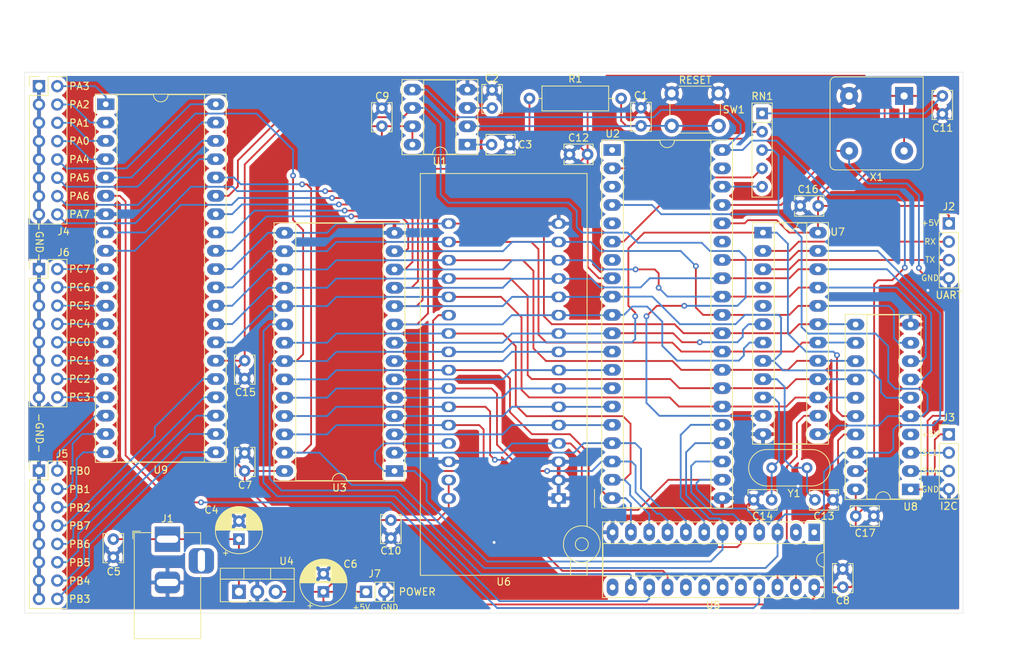
<source format=kicad_pcb>
(kicad_pcb (version 20171130) (host pcbnew 5.1.4+dfsg1-2)
  (layers (0 F.Cu signal) (31 B.Cu signal) (34 B.Paste user) (35 F.Paste user) (36 B.SilkS user) (37 F.SilkS user) (38 B.Mask user) (39 F.Mask user) (44 Edge.Cuts user))
  (net 0 "")
  (net 1 GND)
  (net 2 "Net-(C1-Pad1)")
  (net 3 "Net-(C2-Pad1)")
  (net 4 "Net-(C3-Pad1)")
  (net 5 +5V)
  (net 6 /A15)
  (net 7 /~RD~)
  (net 8 /A14)
  (net 9 /~WR~)
  (net 10 /A13)
  (net 11 /~ROM~)
  (net 12 /A12)
  (net 13 /A11)
  (net 14 /A10)
  (net 15 /A9)
  (net 16 /D7)
  (net 17 /A8)
  (net 18 /D6)
  (net 19 /A7)
  (net 20 /D5)
  (net 21 /A6)
  (net 22 /D4)
  (net 23 /A5)
  (net 24 /D3)
  (net 25 /A4)
  (net 26 /D2)
  (net 27 /A3)
  (net 28 /D1)
  (net 29 /A2)
  (net 30 /D0)
  (net 31 /A1)
  (net 32 /A0)
  (net 33 "Net-(J3-Pad3)")
  (net 34 "Net-(J3-Pad2)")
  (net 35 /RST)
  (net 36 /~RST~)
  (net 37 /CLK)
  (net 38 /~IRQ~)
  (net 39 /~RAM~)
  (net 40 /~IO1~)
  (net 41 /~IO2~)
  (net 42 "Net-(C4-Pad1)")
  (net 43 /~IO3~)
  (net 44 "Net-(J2-Pad3)")
  (net 45 "Net-(C13-Pad2)")
  (net 46 "Net-(C14-Pad1)")
  (net 47 "Net-(J2-Pad2)")
  (net 48 /PA7)
  (net 49 /PA6)
  (net 50 /PA5)
  (net 51 /PA4)
  (net 52 /PA0)
  (net 53 /PA1)
  (net 54 /PA2)
  (net 55 /PA3)
  (net 56 /PB3)
  (net 57 /PB4)
  (net 58 /PB5)
  (net 59 /PB6)
  (net 60 /PB7)
  (net 61 /PB2)
  (net 62 /PB1)
  (net 63 /PB0)
  (net 64 /PC3)
  (net 65 /PC2)
  (net 66 /PC1)
  (net 67 /PC0)
  (net 68 /PC4)
  (net 69 /PC5)
  (net 70 /PC6)
  (net 71 /PC7)
  (net 72 /~SO~)
  (net 73 /~NMI~)
  (net 74 /RDY)
  (module Resistor_THT:R_Array_SIP5 (layer F.Cu) (at 186.925 60.575 270)
    (fp_text reference RN1 (at -2.375 -0.025 180) (layer F.SilkS))
    (fp_text value 3.3K)
    (pad 5 thru_hole oval (at 10.16 0 270) (size 1.6 1.6) (drill 0.8) (layers *.Cu *.Mask) (net 72 /~SO~))
    (pad 4 thru_hole oval (at 7.62 0 270) (size 1.6 1.6) (drill 0.8) (layers *.Cu *.Mask) (net 73 /~NMI~))
    (pad 3 thru_hole oval (at 5.08 0 270) (size 1.6 1.6) (drill 0.8) (layers *.Cu *.Mask) (net 38 /~IRQ~))
    (pad 2 thru_hole oval (at 2.54 0 270) (size 1.6 1.6) (drill 0.8) (layers *.Cu *.Mask) (net 74 /RDY))
    (pad 1 thru_hole rect (at 0 0 270) (size 1.6 1.6) (drill 0.8) (layers *.Cu *.Mask) (net 5 +5V))
  )
  (module Connector_PinHeader_2.54mm:PinHeader_1x02_P2.54mm_Vertical (layer F.Cu) (at 132.05 126.9 90)
    (fp_text reference J7 (at 2.5 1.2 180) (layer F.SilkS))
    (fp_text value POWER (at 0 7.1 180) (layer F.SilkS))
    (pad 2 thru_hole oval (at 0 2.54 90) (size 1.7 1.7) (drill 1) (layers *.Cu *.Mask) (net 1 GND))
    (pad 1 thru_hole rect (at 0 0 90) (size 1.7 1.7) (drill 1) (layers *.Cu *.Mask) (net 5 +5V))
  )
  (module Resistor_THT:R_Axial_DIN0309_L9.0mm_D3.2mm_P12.70mm_Horizontal (layer F.Cu) (at 154.7 58.5)
    (fp_text reference R1 (at 6.35 -2.72) (layer F.SilkS))
    (fp_text value 470R)
    (pad 2 thru_hole oval (at 12.7 0) (size 1.6 1.6) (drill 0.8) (layers *.Cu *.Mask) (net 2 "Net-(C1-Pad1)"))
    (pad 1 thru_hole circle (at 0 0) (size 1.6 1.6) (drill 0.8) (layers *.Cu *.Mask) (net 5 +5V))
  )
  (module Capacitor_THT:C_Disc_D3.8mm_W2.6mm_P2.50mm (layer F.Cu) (at 199.9 116.4)
    (fp_text reference C17 (at 1.3 2.35) (layer F.SilkS))
    (fp_text value 100n)
    (pad 2 thru_hole circle (at 2.5 0) (size 1.6 1.6) (drill 0.8) (layers *.Cu *.Mask) (net 1 GND))
    (pad 1 thru_hole circle (at 0 0) (size 1.6 1.6) (drill 0.8) (layers *.Cu *.Mask) (net 5 +5V))
  )
  (module Capacitor_THT:C_Disc_D3.8mm_W2.6mm_P2.50mm (layer F.Cu) (at 194.7 73.4 180)
    (fp_text reference C16 (at 1.4 2.3) (layer F.SilkS))
    (fp_text value 100n)
    (pad 2 thru_hole circle (at 2.5 0 180) (size 1.6 1.6) (drill 0.8) (layers *.Cu *.Mask) (net 1 GND))
    (pad 1 thru_hole circle (at 0 0 180) (size 1.6 1.6) (drill 0.8) (layers *.Cu *.Mask) (net 5 +5V))
  )
  (module Capacitor_THT:C_Disc_D3.8mm_W2.6mm_P2.50mm (layer F.Cu) (at 115.25 94.85 270)
    (fp_text reference C15 (at 4.4 -0.1 180) (layer F.SilkS))
    (fp_text value 100n)
    (pad 2 thru_hole circle (at 2.5 0 270) (size 1.6 1.6) (drill 0.8) (layers *.Cu *.Mask) (net 1 GND))
    (pad 1 thru_hole circle (at 0 0 270) (size 1.6 1.6) (drill 0.8) (layers *.Cu *.Mask) (net 5 +5V))
  )
  (module Capacitor_THT:C_Disc_D3.8mm_W2.6mm_P2.50mm (layer F.Cu) (at 188.25 114.15 180)
    (fp_text reference C14 (at 1.25 -2.25) (layer F.SilkS))
    (fp_text value 24p)
    (pad 2 thru_hole circle (at 2.5 0 180) (size 1.6 1.6) (drill 0.8) (layers *.Cu *.Mask) (net 1 GND))
    (pad 1 thru_hole circle (at 0 0 180) (size 1.6 1.6) (drill 0.8) (layers *.Cu *.Mask) (net 46 "Net-(C14-Pad1)"))
  )
  (module Capacitor_THT:C_Disc_D3.8mm_W2.6mm_P2.50mm (layer F.Cu) (at 196.75 114.15 180)
    (fp_text reference C13 (at 1.25 -2.25) (layer F.SilkS))
    (fp_text value 24p)
    (pad 2 thru_hole circle (at 2.5 0 180) (size 1.6 1.6) (drill 0.8) (layers *.Cu *.Mask) (net 45 "Net-(C13-Pad2)"))
    (pad 1 thru_hole circle (at 0 0 180) (size 1.6 1.6) (drill 0.8) (layers *.Cu *.Mask) (net 1 GND))
  )
  (module Capacitor_THT:C_Disc_D3.8mm_W2.6mm_P2.50mm (layer F.Cu) (at 162.75 66.25 180)
    (fp_text reference C12 (at 1.25 2.3) (layer F.SilkS))
    (fp_text value 100n)
    (pad 2 thru_hole circle (at 2.5 0 180) (size 1.6 1.6) (drill 0.8) (layers *.Cu *.Mask) (net 1 GND))
    (pad 1 thru_hole circle (at 0 0 180) (size 1.6 1.6) (drill 0.8) (layers *.Cu *.Mask) (net 5 +5V))
  )
  (module Capacitor_THT:C_Disc_D3.8mm_W2.6mm_P2.50mm (layer F.Cu) (at 211.9 58.15 270)
    (fp_text reference C11 (at 4.45 -0.05 180) (layer F.SilkS))
    (fp_text value 100n)
    (pad 2 thru_hole circle (at 2.5 0 270) (size 1.6 1.6) (drill 0.8) (layers *.Cu *.Mask) (net 1 GND))
    (pad 1 thru_hole circle (at 0 0 270) (size 1.6 1.6) (drill 0.8) (layers *.Cu *.Mask) (net 5 +5V))
  )
  (module Capacitor_THT:C_Disc_D3.8mm_W2.6mm_P2.50mm (layer F.Cu) (at 135.5 116.95 270)
    (fp_text reference C10 (at 4.25 0 180) (layer F.SilkS))
    (fp_text value 100n)
    (pad 2 thru_hole circle (at 2.5 0 270) (size 1.6 1.6) (drill 0.8) (layers *.Cu *.Mask) (net 1 GND))
    (pad 1 thru_hole circle (at 0 0 270) (size 1.6 1.6) (drill 0.8) (layers *.Cu *.Mask) (net 5 +5V))
  )
  (module Capacitor_THT:C_Disc_D3.8mm_W2.6mm_P2.50mm (layer F.Cu) (at 134.25 62.35 90)
    (fp_text reference C9 (at 4.15 0.05 180) (layer F.SilkS))
    (fp_text value 100n)
    (pad 2 thru_hole circle (at 2.5 0 90) (size 1.6 1.6) (drill 0.8) (layers *.Cu *.Mask) (net 1 GND))
    (pad 1 thru_hole circle (at 0 0 90) (size 1.6 1.6) (drill 0.8) (layers *.Cu *.Mask) (net 5 +5V))
  )
  (module Capacitor_THT:C_Disc_D3.8mm_W2.6mm_P2.50mm (layer F.Cu) (at 198.1 126.25 90)
    (fp_text reference C8 (at -1.85 0 180) (layer F.SilkS))
    (fp_text value 100n)
    (pad 2 thru_hole circle (at 2.5 0 90) (size 1.6 1.6) (drill 0.8) (layers *.Cu *.Mask) (net 1 GND))
    (pad 1 thru_hole circle (at 0 0 90) (size 1.6 1.6) (drill 0.8) (layers *.Cu *.Mask) (net 5 +5V))
  )
  (module Capacitor_THT:C_Disc_D3.8mm_W2.6mm_P2.50mm (layer F.Cu) (at 115.25 110.15 90)
    (fp_text reference C7 (at -1.95 0.05 180) (layer F.SilkS))
    (fp_text value 100n)
    (pad 2 thru_hole circle (at 2.5 0 90) (size 1.6 1.6) (drill 0.8) (layers *.Cu *.Mask) (net 1 GND))
    (pad 1 thru_hole circle (at 0 0 90) (size 1.6 1.6) (drill 0.8) (layers *.Cu *.Mask) (net 5 +5V))
  )
  (module Capacitor_THT:C_Disc_D3.8mm_W2.6mm_P2.50mm (layer F.Cu) (at 97.05 119.6 270)
    (fp_text reference C5 (at 4.5 -0.05 180) (layer F.SilkS))
    (fp_text value 100n)
    (pad 2 thru_hole circle (at 2.5 0 270) (size 1.6 1.6) (drill 0.8) (layers *.Cu *.Mask) (net 1 GND))
    (pad 1 thru_hole circle (at 0 0 270) (size 1.6 1.6) (drill 0.8) (layers *.Cu *.Mask) (net 42 "Net-(C4-Pad1)"))
  )
  (module Capacitor_THT:C_Disc_D3.8mm_W2.6mm_P2.50mm (layer F.Cu) (at 149.45 64.9)
    (fp_text reference C3 (at 4.65 0) (layer F.SilkS))
    (fp_text value 100n)
    (pad 2 thru_hole circle (at 2.5 0) (size 1.6 1.6) (drill 0.8) (layers *.Cu *.Mask) (net 1 GND))
    (pad 1 thru_hole circle (at 0 0) (size 1.6 1.6) (drill 0.8) (layers *.Cu *.Mask) (net 4 "Net-(C3-Pad1)"))
  )
  (module Capacitor_THT:C_Disc_D3.8mm_W2.6mm_P2.50mm (layer F.Cu) (at 149.525 59.825 90)
    (fp_text reference C2 (at 4.1 -0.05 180) (layer F.SilkS))
    (fp_text value 100n)
    (pad 2 thru_hole circle (at 2.5 0 90) (size 1.6 1.6) (drill 0.8) (layers *.Cu *.Mask) (net 1 GND))
    (pad 1 thru_hole circle (at 0 0 90) (size 1.6 1.6) (drill 0.8) (layers *.Cu *.Mask) (net 3 "Net-(C2-Pad1)"))
  )
  (module Capacitor_THT:C_Disc_D3.8mm_W2.6mm_P2.50mm (layer F.Cu) (at 170.15 62.3 90)
    (fp_text reference C1 (at 4.2 0 180) (layer F.SilkS))
    (fp_text value 100n)
    (pad 2 thru_hole circle (at 2.5 0 90) (size 1.6 1.6) (drill 0.8) (layers *.Cu *.Mask) (net 1 GND))
    (pad 1 thru_hole circle (at 0 0 90) (size 1.6 1.6) (drill 0.8) (layers *.Cu *.Mask) (net 2 "Net-(C1-Pad1)"))
  )
  (module Package_DIP:DIP-40_W15.24mm_Socket_LongPads (layer F.Cu) (at 96 59.3)
    (fp_text reference U9 (at 7.62 50.7) (layer F.SilkS))
    (fp_text value 82C55A)
    (pad 40 thru_hole oval (at 15.24 0) (size 2.4 1.6) (drill 0.8) (layers *.Cu *.Mask) (net 51 /PA4))
    (pad 20 thru_hole oval (at 0 48.26) (size 2.4 1.6) (drill 0.8) (layers *.Cu *.Mask) (net 61 /PB2))
    (pad 39 thru_hole oval (at 15.24 2.54) (size 2.4 1.6) (drill 0.8) (layers *.Cu *.Mask) (net 50 /PA5))
    (pad 19 thru_hole oval (at 0 45.72) (size 2.4 1.6) (drill 0.8) (layers *.Cu *.Mask) (net 62 /PB1))
    (pad 38 thru_hole oval (at 15.24 5.08) (size 2.4 1.6) (drill 0.8) (layers *.Cu *.Mask) (net 49 /PA6))
    (pad 18 thru_hole oval (at 0 43.18) (size 2.4 1.6) (drill 0.8) (layers *.Cu *.Mask) (net 63 /PB0))
    (pad 37 thru_hole oval (at 15.24 7.62) (size 2.4 1.6) (drill 0.8) (layers *.Cu *.Mask) (net 48 /PA7))
    (pad 17 thru_hole oval (at 0 40.64) (size 2.4 1.6) (drill 0.8) (layers *.Cu *.Mask) (net 64 /PC3))
    (pad 36 thru_hole oval (at 15.24 10.16) (size 2.4 1.6) (drill 0.8) (layers *.Cu *.Mask) (net 9 /~WR~))
    (pad 16 thru_hole oval (at 0 38.1) (size 2.4 1.6) (drill 0.8) (layers *.Cu *.Mask) (net 65 /PC2))
    (pad 35 thru_hole oval (at 15.24 12.7) (size 2.4 1.6) (drill 0.8) (layers *.Cu *.Mask) (net 35 /RST))
    (pad 15 thru_hole oval (at 0 35.56) (size 2.4 1.6) (drill 0.8) (layers *.Cu *.Mask) (net 66 /PC1))
    (pad 34 thru_hole oval (at 15.24 15.24) (size 2.4 1.6) (drill 0.8) (layers *.Cu *.Mask) (net 30 /D0))
    (pad 14 thru_hole oval (at 0 33.02) (size 2.4 1.6) (drill 0.8) (layers *.Cu *.Mask) (net 67 /PC0))
    (pad 33 thru_hole oval (at 15.24 17.78) (size 2.4 1.6) (drill 0.8) (layers *.Cu *.Mask) (net 28 /D1))
    (pad 13 thru_hole oval (at 0 30.48) (size 2.4 1.6) (drill 0.8) (layers *.Cu *.Mask) (net 68 /PC4))
    (pad 32 thru_hole oval (at 15.24 20.32) (size 2.4 1.6) (drill 0.8) (layers *.Cu *.Mask) (net 26 /D2))
    (pad 12 thru_hole oval (at 0 27.94) (size 2.4 1.6) (drill 0.8) (layers *.Cu *.Mask) (net 69 /PC5))
    (pad 31 thru_hole oval (at 15.24 22.86) (size 2.4 1.6) (drill 0.8) (layers *.Cu *.Mask) (net 24 /D3))
    (pad 11 thru_hole oval (at 0 25.4) (size 2.4 1.6) (drill 0.8) (layers *.Cu *.Mask) (net 70 /PC6))
    (pad 30 thru_hole oval (at 15.24 25.4) (size 2.4 1.6) (drill 0.8) (layers *.Cu *.Mask) (net 22 /D4))
    (pad 10 thru_hole oval (at 0 22.86) (size 2.4 1.6) (drill 0.8) (layers *.Cu *.Mask) (net 71 /PC7))
    (pad 29 thru_hole oval (at 15.24 27.94) (size 2.4 1.6) (drill 0.8) (layers *.Cu *.Mask) (net 20 /D5))
    (pad 9 thru_hole oval (at 0 20.32) (size 2.4 1.6) (drill 0.8) (layers *.Cu *.Mask) (net 32 /A0))
    (pad 28 thru_hole oval (at 15.24 30.48) (size 2.4 1.6) (drill 0.8) (layers *.Cu *.Mask) (net 18 /D6))
    (pad 8 thru_hole oval (at 0 17.78) (size 2.4 1.6) (drill 0.8) (layers *.Cu *.Mask) (net 31 /A1))
    (pad 27 thru_hole oval (at 15.24 33.02) (size 2.4 1.6) (drill 0.8) (layers *.Cu *.Mask) (net 16 /D7))
    (pad 7 thru_hole oval (at 0 15.24) (size 2.4 1.6) (drill 0.8) (layers *.Cu *.Mask) (net 1 GND))
    (pad 26 thru_hole oval (at 15.24 35.56) (size 2.4 1.6) (drill 0.8) (layers *.Cu *.Mask) (net 5 +5V))
    (pad 6 thru_hole oval (at 0 12.7) (size 2.4 1.6) (drill 0.8) (layers *.Cu *.Mask) (net 43 /~IO3~))
    (pad 25 thru_hole oval (at 15.24 38.1) (size 2.4 1.6) (drill 0.8) (layers *.Cu *.Mask) (net 60 /PB7))
    (pad 5 thru_hole oval (at 0 10.16) (size 2.4 1.6) (drill 0.8) (layers *.Cu *.Mask) (net 7 /~RD~))
    (pad 24 thru_hole oval (at 15.24 40.64) (size 2.4 1.6) (drill 0.8) (layers *.Cu *.Mask) (net 59 /PB6))
    (pad 4 thru_hole oval (at 0 7.62) (size 2.4 1.6) (drill 0.8) (layers *.Cu *.Mask) (net 52 /PA0))
    (pad 23 thru_hole oval (at 15.24 43.18) (size 2.4 1.6) (drill 0.8) (layers *.Cu *.Mask) (net 58 /PB5))
    (pad 3 thru_hole oval (at 0 5.08) (size 2.4 1.6) (drill 0.8) (layers *.Cu *.Mask) (net 53 /PA1))
    (pad 22 thru_hole oval (at 15.24 45.72) (size 2.4 1.6) (drill 0.8) (layers *.Cu *.Mask) (net 57 /PB4))
    (pad 2 thru_hole oval (at 0 2.54) (size 2.4 1.6) (drill 0.8) (layers *.Cu *.Mask) (net 54 /PA2))
    (pad 21 thru_hole oval (at 15.24 48.26) (size 2.4 1.6) (drill 0.8) (layers *.Cu *.Mask) (net 56 /PB3))
    (pad 1 thru_hole rect (at 0 0) (size 2.4 1.6) (drill 0.8) (layers *.Cu *.Mask) (net 55 /PA3))
  )
  (module Package_DIP:DIP-20_W7.62mm_Socket_LongPads (layer F.Cu) (at 207.5 112.7 180)
    (fp_text reference U8 (at 0 -2.4) (layer F.SilkS))
    (fp_text value PCF8584P)
    (pad 20 thru_hole oval (at 7.62 0 180) (size 2.4 1.6) (drill 0.8) (layers *.Cu *.Mask) (net 5 +5V))
    (pad 10 thru_hole oval (at 0 22.86 180) (size 2.4 1.6) (drill 0.8) (layers *.Cu *.Mask) (net 1 GND))
    (pad 19 thru_hole oval (at 7.62 2.54 180) (size 2.4 1.6) (drill 0.8) (layers *.Cu *.Mask) (net 36 /~RST~))
    (pad 9 thru_hole oval (at 0 20.32 180) (size 2.4 1.6) (drill 0.8) (layers *.Cu *.Mask) (net 26 /D2))
    (pad 18 thru_hole oval (at 7.62 5.08 180) (size 2.4 1.6) (drill 0.8) (layers *.Cu *.Mask) (net 9 /~WR~))
    (pad 8 thru_hole oval (at 0 17.78 180) (size 2.4 1.6) (drill 0.8) (layers *.Cu *.Mask) (net 28 /D1))
    (pad 17 thru_hole oval (at 7.62 7.62 180) (size 2.4 1.6) (drill 0.8) (layers *.Cu *.Mask) (net 40 /~IO1~))
    (pad 7 thru_hole oval (at 0 15.24 180) (size 2.4 1.6) (drill 0.8) (layers *.Cu *.Mask) (net 30 /D0))
    (pad 16 thru_hole oval (at 7.62 10.16 180) (size 2.4 1.6) (drill 0.8) (layers *.Cu *.Mask) (net 7 /~RD~))
    (pad 6 thru_hole oval (at 0 12.7 180) (size 2.4 1.6) (drill 0.8) (layers *.Cu *.Mask) (net 32 /A0))
    (pad 15 thru_hole oval (at 7.62 12.7 180) (size 2.4 1.6) (drill 0.8) (layers *.Cu *.Mask) (net 16 /D7))
    (pad 5 thru_hole oval (at 0 10.16 180) (size 2.4 1.6) (drill 0.8) (layers *.Cu *.Mask) (net 38 /~IRQ~))
    (pad 14 thru_hole oval (at 7.62 15.24 180) (size 2.4 1.6) (drill 0.8) (layers *.Cu *.Mask) (net 18 /D6))
    (pad 4 thru_hole oval (at 0 7.62 180) (size 2.4 1.6) (drill 0.8) (layers *.Cu *.Mask))
    (pad 13 thru_hole oval (at 7.62 17.78 180) (size 2.4 1.6) (drill 0.8) (layers *.Cu *.Mask) (net 20 /D5))
    (pad 3 thru_hole oval (at 0 5.08 180) (size 2.4 1.6) (drill 0.8) (layers *.Cu *.Mask) (net 34 "Net-(J3-Pad2)"))
    (pad 12 thru_hole oval (at 7.62 20.32 180) (size 2.4 1.6) (drill 0.8) (layers *.Cu *.Mask) (net 22 /D4))
    (pad 2 thru_hole oval (at 0 2.54 180) (size 2.4 1.6) (drill 0.8) (layers *.Cu *.Mask) (net 33 "Net-(J3-Pad3)"))
    (pad 11 thru_hole oval (at 7.62 22.86 180) (size 2.4 1.6) (drill 0.8) (layers *.Cu *.Mask) (net 24 /D3))
    (pad 1 thru_hole rect (at 0 0 180) (size 2.4 1.6) (drill 0.8) (layers *.Cu *.Mask) (net 37 /CLK))
  )
  (module Package_DIP:DIP-24_W7.62mm_Socket_LongPads (layer F.Cu) (at 187.05 77.1)
    (fp_text reference U7 (at 10.35 -0.1) (layer F.SilkS))
    (fp_text value SCC2691)
    (pad 24 thru_hole oval (at 7.62 0) (size 2.4 1.6) (drill 0.8) (layers *.Cu *.Mask) (net 5 +5V))
    (pad 12 thru_hole oval (at 0 27.94) (size 2.4 1.6) (drill 0.8) (layers *.Cu *.Mask) (net 1 GND))
    (pad 23 thru_hole oval (at 7.62 2.54) (size 2.4 1.6) (drill 0.8) (layers *.Cu *.Mask) (net 9 /~WR~))
    (pad 11 thru_hole oval (at 0 25.4) (size 2.4 1.6) (drill 0.8) (layers *.Cu *.Mask) (net 35 /RST))
    (pad 22 thru_hole oval (at 7.62 5.08) (size 2.4 1.6) (drill 0.8) (layers *.Cu *.Mask) (net 30 /D0))
    (pad 10 thru_hole oval (at 0 22.86) (size 2.4 1.6) (drill 0.8) (layers *.Cu *.Mask) (net 46 "Net-(C14-Pad1)"))
    (pad 21 thru_hole oval (at 7.62 7.62) (size 2.4 1.6) (drill 0.8) (layers *.Cu *.Mask) (net 28 /D1))
    (pad 9 thru_hole oval (at 0 20.32) (size 2.4 1.6) (drill 0.8) (layers *.Cu *.Mask) (net 45 "Net-(C13-Pad2)"))
    (pad 20 thru_hole oval (at 7.62 10.16) (size 2.4 1.6) (drill 0.8) (layers *.Cu *.Mask) (net 26 /D2))
    (pad 8 thru_hole oval (at 0 17.78) (size 2.4 1.6) (drill 0.8) (layers *.Cu *.Mask) (net 32 /A0))
    (pad 19 thru_hole oval (at 7.62 12.7) (size 2.4 1.6) (drill 0.8) (layers *.Cu *.Mask) (net 24 /D3))
    (pad 7 thru_hole oval (at 0 15.24) (size 2.4 1.6) (drill 0.8) (layers *.Cu *.Mask) (net 31 /A1))
    (pad 18 thru_hole oval (at 7.62 15.24) (size 2.4 1.6) (drill 0.8) (layers *.Cu *.Mask) (net 22 /D4))
    (pad 6 thru_hole oval (at 0 12.7) (size 2.4 1.6) (drill 0.8) (layers *.Cu *.Mask) (net 29 /A2))
    (pad 17 thru_hole oval (at 7.62 17.78) (size 2.4 1.6) (drill 0.8) (layers *.Cu *.Mask) (net 20 /D5))
    (pad 5 thru_hole oval (at 0 10.16) (size 2.4 1.6) (drill 0.8) (layers *.Cu *.Mask))
    (pad 16 thru_hole oval (at 7.62 20.32) (size 2.4 1.6) (drill 0.8) (layers *.Cu *.Mask) (net 18 /D6))
    (pad 4 thru_hole oval (at 0 7.62) (size 2.4 1.6) (drill 0.8) (layers *.Cu *.Mask))
    (pad 15 thru_hole oval (at 7.62 22.86) (size 2.4 1.6) (drill 0.8) (layers *.Cu *.Mask) (net 16 /D7))
    (pad 3 thru_hole oval (at 0 5.08) (size 2.4 1.6) (drill 0.8) (layers *.Cu *.Mask) (net 44 "Net-(J2-Pad3)"))
    (pad 14 thru_hole oval (at 7.62 25.4) (size 2.4 1.6) (drill 0.8) (layers *.Cu *.Mask) (net 41 /~IO2~))
    (pad 2 thru_hole oval (at 0 2.54) (size 2.4 1.6) (drill 0.8) (layers *.Cu *.Mask) (net 47 "Net-(J2-Pad2)"))
    (pad 13 thru_hole oval (at 7.62 27.94) (size 2.4 1.6) (drill 0.8) (layers *.Cu *.Mask) (net 38 /~IRQ~))
    (pad 1 thru_hole rect (at 0 0) (size 2.4 1.6) (drill 0.8) (layers *.Cu *.Mask) (net 7 /~RD~))
  )
  (module Package_DIP:DIP-24_W7.62mm_Socket_LongPads (layer F.Cu) (at 194.15 118.65 270)
    (fp_text reference U5 (at 10.1 14 180) (layer F.SilkS))
    (fp_text value GAL22V10)
    (pad 24 thru_hole oval (at 7.62 0 270) (size 2.4 1.6) (drill 0.8) (layers *.Cu *.Mask) (net 5 +5V))
    (pad 12 thru_hole oval (at 0 27.94 270) (size 2.4 1.6) (drill 0.8) (layers *.Cu *.Mask) (net 1 GND))
    (pad 23 thru_hole oval (at 7.62 2.54 270) (size 2.4 1.6) (drill 0.8) (layers *.Cu *.Mask) (net 40 /~IO1~))
    (pad 11 thru_hole oval (at 0 25.4 270) (size 2.4 1.6) (drill 0.8) (layers *.Cu *.Mask) (net 13 /A11))
    (pad 22 thru_hole oval (at 7.62 5.08 270) (size 2.4 1.6) (drill 0.8) (layers *.Cu *.Mask) (net 41 /~IO2~))
    (pad 10 thru_hole oval (at 0 22.86 270) (size 2.4 1.6) (drill 0.8) (layers *.Cu *.Mask) (net 14 /A10))
    (pad 21 thru_hole oval (at 7.62 7.62 270) (size 2.4 1.6) (drill 0.8) (layers *.Cu *.Mask) (net 43 /~IO3~))
    (pad 9 thru_hole oval (at 0 20.32 270) (size 2.4 1.6) (drill 0.8) (layers *.Cu *.Mask) (net 15 /A9))
    (pad 20 thru_hole oval (at 7.62 10.16 270) (size 2.4 1.6) (drill 0.8) (layers *.Cu *.Mask))
    (pad 8 thru_hole oval (at 0 17.78 270) (size 2.4 1.6) (drill 0.8) (layers *.Cu *.Mask) (net 17 /A8))
    (pad 19 thru_hole oval (at 7.62 12.7 270) (size 2.4 1.6) (drill 0.8) (layers *.Cu *.Mask))
    (pad 7 thru_hole oval (at 0 15.24 270) (size 2.4 1.6) (drill 0.8) (layers *.Cu *.Mask) (net 6 /A15))
    (pad 18 thru_hole oval (at 7.62 15.24 270) (size 2.4 1.6) (drill 0.8) (layers *.Cu *.Mask))
    (pad 6 thru_hole oval (at 0 12.7 270) (size 2.4 1.6) (drill 0.8) (layers *.Cu *.Mask) (net 8 /A14))
    (pad 17 thru_hole oval (at 7.62 17.78 270) (size 2.4 1.6) (drill 0.8) (layers *.Cu *.Mask))
    (pad 5 thru_hole oval (at 0 10.16 270) (size 2.4 1.6) (drill 0.8) (layers *.Cu *.Mask) (net 10 /A13))
    (pad 16 thru_hole oval (at 7.62 20.32 270) (size 2.4 1.6) (drill 0.8) (layers *.Cu *.Mask) (net 11 /~ROM~))
    (pad 4 thru_hole oval (at 0 7.62 270) (size 2.4 1.6) (drill 0.8) (layers *.Cu *.Mask) (net 12 /A12))
    (pad 15 thru_hole oval (at 7.62 22.86 270) (size 2.4 1.6) (drill 0.8) (layers *.Cu *.Mask) (net 39 /~RAM~))
    (pad 3 thru_hole oval (at 0 5.08 270) (size 2.4 1.6) (drill 0.8) (layers *.Cu *.Mask) (net 9 /~WR~))
    (pad 14 thru_hole oval (at 7.62 25.4 270) (size 2.4 1.6) (drill 0.8) (layers *.Cu *.Mask) (net 7 /~RD~))
    (pad 2 thru_hole oval (at 0 2.54 270) (size 2.4 1.6) (drill 0.8) (layers *.Cu *.Mask))
    (pad 13 thru_hole oval (at 7.62 27.94 270) (size 2.4 1.6) (drill 0.8) (layers *.Cu *.Mask))
    (pad 1 thru_hole rect (at 0 0 270) (size 2.4 1.6) (drill 0.8) (layers *.Cu *.Mask))
  )
  (module Package_DIP:DIP-28_W15.24mm_Socket_LongPads (layer F.Cu) (at 136 110.15 180)
    (fp_text reference U3 (at 7.62 -2.33) (layer F.SilkS))
    (fp_text value AS6C62256-55PCN)
    (pad 28 thru_hole oval (at 15.24 0 180) (size 2.4 1.6) (drill 0.8) (layers *.Cu *.Mask) (net 5 +5V))
    (pad 14 thru_hole oval (at 0 33.02 180) (size 2.4 1.6) (drill 0.8) (layers *.Cu *.Mask) (net 1 GND))
    (pad 27 thru_hole oval (at 15.24 2.54 180) (size 2.4 1.6) (drill 0.8) (layers *.Cu *.Mask) (net 9 /~WR~))
    (pad 13 thru_hole oval (at 0 30.48 180) (size 2.4 1.6) (drill 0.8) (layers *.Cu *.Mask) (net 26 /D2))
    (pad 26 thru_hole oval (at 15.24 5.08 180) (size 2.4 1.6) (drill 0.8) (layers *.Cu *.Mask) (net 10 /A13))
    (pad 12 thru_hole oval (at 0 27.94 180) (size 2.4 1.6) (drill 0.8) (layers *.Cu *.Mask) (net 28 /D1))
    (pad 25 thru_hole oval (at 15.24 7.62 180) (size 2.4 1.6) (drill 0.8) (layers *.Cu *.Mask) (net 17 /A8))
    (pad 11 thru_hole oval (at 0 25.4 180) (size 2.4 1.6) (drill 0.8) (layers *.Cu *.Mask) (net 30 /D0))
    (pad 24 thru_hole oval (at 15.24 10.16 180) (size 2.4 1.6) (drill 0.8) (layers *.Cu *.Mask) (net 15 /A9))
    (pad 10 thru_hole oval (at 0 22.86 180) (size 2.4 1.6) (drill 0.8) (layers *.Cu *.Mask) (net 32 /A0))
    (pad 23 thru_hole oval (at 15.24 12.7 180) (size 2.4 1.6) (drill 0.8) (layers *.Cu *.Mask) (net 13 /A11))
    (pad 9 thru_hole oval (at 0 20.32 180) (size 2.4 1.6) (drill 0.8) (layers *.Cu *.Mask) (net 31 /A1))
    (pad 22 thru_hole oval (at 15.24 15.24 180) (size 2.4 1.6) (drill 0.8) (layers *.Cu *.Mask) (net 7 /~RD~))
    (pad 8 thru_hole oval (at 0 17.78 180) (size 2.4 1.6) (drill 0.8) (layers *.Cu *.Mask) (net 29 /A2))
    (pad 21 thru_hole oval (at 15.24 17.78 180) (size 2.4 1.6) (drill 0.8) (layers *.Cu *.Mask) (net 14 /A10))
    (pad 7 thru_hole oval (at 0 15.24 180) (size 2.4 1.6) (drill 0.8) (layers *.Cu *.Mask) (net 27 /A3))
    (pad 20 thru_hole oval (at 15.24 20.32 180) (size 2.4 1.6) (drill 0.8) (layers *.Cu *.Mask) (net 39 /~RAM~))
    (pad 6 thru_hole oval (at 0 12.7 180) (size 2.4 1.6) (drill 0.8) (layers *.Cu *.Mask) (net 25 /A4))
    (pad 19 thru_hole oval (at 15.24 22.86 180) (size 2.4 1.6) (drill 0.8) (layers *.Cu *.Mask) (net 16 /D7))
    (pad 5 thru_hole oval (at 0 10.16 180) (size 2.4 1.6) (drill 0.8) (layers *.Cu *.Mask) (net 23 /A5))
    (pad 18 thru_hole oval (at 15.24 25.4 180) (size 2.4 1.6) (drill 0.8) (layers *.Cu *.Mask) (net 18 /D6))
    (pad 4 thru_hole oval (at 0 7.62 180) (size 2.4 1.6) (drill 0.8) (layers *.Cu *.Mask) (net 21 /A6))
    (pad 17 thru_hole oval (at 15.24 27.94 180) (size 2.4 1.6) (drill 0.8) (layers *.Cu *.Mask) (net 20 /D5))
    (pad 3 thru_hole oval (at 0 5.08 180) (size 2.4 1.6) (drill 0.8) (layers *.Cu *.Mask) (net 19 /A7))
    (pad 16 thru_hole oval (at 15.24 30.48 180) (size 2.4 1.6) (drill 0.8) (layers *.Cu *.Mask) (net 22 /D4))
    (pad 2 thru_hole oval (at 0 2.54 180) (size 2.4 1.6) (drill 0.8) (layers *.Cu *.Mask) (net 12 /A12))
    (pad 15 thru_hole oval (at 15.24 33.02 180) (size 2.4 1.6) (drill 0.8) (layers *.Cu *.Mask) (net 24 /D3))
    (pad 1 thru_hole rect (at 0 0 180) (size 2.4 1.6) (drill 0.8) (layers *.Cu *.Mask) (net 8 /A14))
  )
  (module Package_DIP:DIP-40_W15.24mm_Socket_LongPads (layer F.Cu) (at 166.15 65.65)
    (fp_text reference U2 (at 0.075 -2.25) (layer F.SilkS))
    (fp_text value W65C02SxP)
    (pad 40 thru_hole oval (at 15.24 0) (size 2.4 1.6) (drill 0.8) (layers *.Cu *.Mask) (net 36 /~RST~))
    (pad 20 thru_hole oval (at 0 48.26) (size 2.4 1.6) (drill 0.8) (layers *.Cu *.Mask) (net 13 /A11))
    (pad 39 thru_hole oval (at 15.24 2.54) (size 2.4 1.6) (drill 0.8) (layers *.Cu *.Mask))
    (pad 19 thru_hole oval (at 0 45.72) (size 2.4 1.6) (drill 0.8) (layers *.Cu *.Mask) (net 14 /A10))
    (pad 38 thru_hole oval (at 15.24 5.08) (size 2.4 1.6) (drill 0.8) (layers *.Cu *.Mask) (net 72 /~SO~))
    (pad 18 thru_hole oval (at 0 43.18) (size 2.4 1.6) (drill 0.8) (layers *.Cu *.Mask) (net 15 /A9))
    (pad 37 thru_hole oval (at 15.24 7.62) (size 2.4 1.6) (drill 0.8) (layers *.Cu *.Mask) (net 37 /CLK))
    (pad 17 thru_hole oval (at 0 40.64) (size 2.4 1.6) (drill 0.8) (layers *.Cu *.Mask) (net 17 /A8))
    (pad 36 thru_hole oval (at 15.24 10.16) (size 2.4 1.6) (drill 0.8) (layers *.Cu *.Mask) (net 5 +5V))
    (pad 16 thru_hole oval (at 0 38.1) (size 2.4 1.6) (drill 0.8) (layers *.Cu *.Mask) (net 19 /A7))
    (pad 35 thru_hole oval (at 15.24 12.7) (size 2.4 1.6) (drill 0.8) (layers *.Cu *.Mask))
    (pad 15 thru_hole oval (at 0 35.56) (size 2.4 1.6) (drill 0.8) (layers *.Cu *.Mask) (net 21 /A6))
    (pad 34 thru_hole oval (at 15.24 15.24) (size 2.4 1.6) (drill 0.8) (layers *.Cu *.Mask) (net 9 /~WR~))
    (pad 14 thru_hole oval (at 0 33.02) (size 2.4 1.6) (drill 0.8) (layers *.Cu *.Mask) (net 23 /A5))
    (pad 33 thru_hole oval (at 15.24 17.78) (size 2.4 1.6) (drill 0.8) (layers *.Cu *.Mask) (net 30 /D0))
    (pad 13 thru_hole oval (at 0 30.48) (size 2.4 1.6) (drill 0.8) (layers *.Cu *.Mask) (net 25 /A4))
    (pad 32 thru_hole oval (at 15.24 20.32) (size 2.4 1.6) (drill 0.8) (layers *.Cu *.Mask) (net 28 /D1))
    (pad 12 thru_hole oval (at 0 27.94) (size 2.4 1.6) (drill 0.8) (layers *.Cu *.Mask) (net 27 /A3))
    (pad 31 thru_hole oval (at 15.24 22.86) (size 2.4 1.6) (drill 0.8) (layers *.Cu *.Mask) (net 26 /D2))
    (pad 11 thru_hole oval (at 0 25.4) (size 2.4 1.6) (drill 0.8) (layers *.Cu *.Mask) (net 29 /A2))
    (pad 30 thru_hole oval (at 15.24 25.4) (size 2.4 1.6) (drill 0.8) (layers *.Cu *.Mask) (net 24 /D3))
    (pad 10 thru_hole oval (at 0 22.86) (size 2.4 1.6) (drill 0.8) (layers *.Cu *.Mask) (net 31 /A1))
    (pad 29 thru_hole oval (at 15.24 27.94) (size 2.4 1.6) (drill 0.8) (layers *.Cu *.Mask) (net 22 /D4))
    (pad 9 thru_hole oval (at 0 20.32) (size 2.4 1.6) (drill 0.8) (layers *.Cu *.Mask) (net 32 /A0))
    (pad 28 thru_hole oval (at 15.24 30.48) (size 2.4 1.6) (drill 0.8) (layers *.Cu *.Mask) (net 20 /D5))
    (pad 8 thru_hole oval (at 0 17.78) (size 2.4 1.6) (drill 0.8) (layers *.Cu *.Mask) (net 5 +5V))
    (pad 27 thru_hole oval (at 15.24 33.02) (size 2.4 1.6) (drill 0.8) (layers *.Cu *.Mask) (net 18 /D6))
    (pad 7 thru_hole oval (at 0 15.24) (size 2.4 1.6) (drill 0.8) (layers *.Cu *.Mask))
    (pad 26 thru_hole oval (at 15.24 35.56) (size 2.4 1.6) (drill 0.8) (layers *.Cu *.Mask) (net 16 /D7))
    (pad 6 thru_hole oval (at 0 12.7) (size 2.4 1.6) (drill 0.8) (layers *.Cu *.Mask) (net 73 /~NMI~))
    (pad 25 thru_hole oval (at 15.24 38.1) (size 2.4 1.6) (drill 0.8) (layers *.Cu *.Mask) (net 6 /A15))
    (pad 5 thru_hole oval (at 0 10.16) (size 2.4 1.6) (drill 0.8) (layers *.Cu *.Mask))
    (pad 24 thru_hole oval (at 15.24 40.64) (size 2.4 1.6) (drill 0.8) (layers *.Cu *.Mask) (net 8 /A14))
    (pad 4 thru_hole oval (at 0 7.62) (size 2.4 1.6) (drill 0.8) (layers *.Cu *.Mask) (net 38 /~IRQ~))
    (pad 23 thru_hole oval (at 15.24 43.18) (size 2.4 1.6) (drill 0.8) (layers *.Cu *.Mask) (net 10 /A13))
    (pad 3 thru_hole oval (at 0 5.08) (size 2.4 1.6) (drill 0.8) (layers *.Cu *.Mask))
    (pad 22 thru_hole oval (at 15.24 45.72) (size 2.4 1.6) (drill 0.8) (layers *.Cu *.Mask) (net 12 /A12))
    (pad 2 thru_hole oval (at 0 2.54) (size 2.4 1.6) (drill 0.8) (layers *.Cu *.Mask) (net 74 /RDY))
    (pad 21 thru_hole oval (at 15.24 48.26) (size 2.4 1.6) (drill 0.8) (layers *.Cu *.Mask) (net 1 GND))
    (pad 1 thru_hole rect (at 0 0) (size 2.4 1.6) (drill 0.8) (layers *.Cu *.Mask))
  )
  (module Package_DIP:DIP-8_W7.62mm_Socket_LongPads (layer F.Cu) (at 146.1 64.9 180)
    (fp_text reference U1 (at 3.81 -2.33) (layer F.SilkS))
    (fp_text value TL7705A)
    (pad 8 thru_hole oval (at 7.62 0 180) (size 2.4 1.6) (drill 0.8) (layers *.Cu *.Mask) (net 5 +5V))
    (pad 4 thru_hole oval (at 0 7.62 180) (size 2.4 1.6) (drill 0.8) (layers *.Cu *.Mask) (net 1 GND))
    (pad 7 thru_hole oval (at 7.62 2.54 180) (size 2.4 1.6) (drill 0.8) (layers *.Cu *.Mask) (net 5 +5V))
    (pad 3 thru_hole oval (at 0 5.08 180) (size 2.4 1.6) (drill 0.8) (layers *.Cu *.Mask) (net 3 "Net-(C2-Pad1)"))
    (pad 6 thru_hole oval (at 7.62 5.08 180) (size 2.4 1.6) (drill 0.8) (layers *.Cu *.Mask) (net 35 /RST))
    (pad 2 thru_hole oval (at 0 2.54 180) (size 2.4 1.6) (drill 0.8) (layers *.Cu *.Mask) (net 2 "Net-(C1-Pad1)"))
    (pad 5 thru_hole oval (at 7.62 7.62 180) (size 2.4 1.6) (drill 0.8) (layers *.Cu *.Mask) (net 36 /~RST~))
    (pad 1 thru_hole rect (at 0 0 180) (size 2.4 1.6) (drill 0.8) (layers *.Cu *.Mask) (net 4 "Net-(C3-Pad1)"))
  )
  (module Connector_PinHeader_2.54mm:PinHeader_1x04_P2.54mm_Vertical (layer F.Cu) (at 212.8 75.82)
    (fp_text reference J2 (at 0 -2.33) (layer F.SilkS))
    (fp_text value UART (at 0 9.95) (layer F.SilkS))
    (pad 4 thru_hole oval (at 0 7.62) (size 1.7 1.7) (drill 1) (layers *.Cu *.Mask) (net 1 GND))
    (pad 3 thru_hole oval (at 0 5.08) (size 1.7 1.7) (drill 1) (layers *.Cu *.Mask) (net 44 "Net-(J2-Pad3)"))
    (pad 2 thru_hole oval (at 0 2.54) (size 1.7 1.7) (drill 1) (layers *.Cu *.Mask) (net 47 "Net-(J2-Pad2)"))
    (pad 1 thru_hole rect (at 0 0) (size 1.7 1.7) (drill 1) (layers *.Cu *.Mask) (net 5 +5V))
  )
  (module Connector_PinHeader_2.54mm:PinHeader_2x08_P2.54mm_Vertical (layer F.Cu) (at 86.75 110.1)
    (fp_text reference J5 (at 3.2 -2.33) (layer F.SilkS))
    (fp_text value GPIOB)
    (pad 16 thru_hole oval (at 2.54 17.78) (size 1.7 1.7) (drill 1) (layers *.Cu *.Mask) (net 56 /PB3))
    (pad 15 thru_hole oval (at 0 17.78) (size 1.7 1.7) (drill 1) (layers *.Cu *.Mask) (net 1 GND))
    (pad 14 thru_hole oval (at 2.54 15.24) (size 1.7 1.7) (drill 1) (layers *.Cu *.Mask) (net 57 /PB4))
    (pad 13 thru_hole oval (at 0 15.24) (size 1.7 1.7) (drill 1) (layers *.Cu *.Mask) (net 1 GND))
    (pad 12 thru_hole oval (at 2.54 12.7) (size 1.7 1.7) (drill 1) (layers *.Cu *.Mask) (net 58 /PB5))
    (pad 11 thru_hole oval (at 0 12.7) (size 1.7 1.7) (drill 1) (layers *.Cu *.Mask) (net 1 GND))
    (pad 10 thru_hole oval (at 2.54 10.16) (size 1.7 1.7) (drill 1) (layers *.Cu *.Mask) (net 59 /PB6))
    (pad 9 thru_hole oval (at 0 10.16) (size 1.7 1.7) (drill 1) (layers *.Cu *.Mask) (net 1 GND))
    (pad 8 thru_hole oval (at 2.54 7.62) (size 1.7 1.7) (drill 1) (layers *.Cu *.Mask) (net 60 /PB7))
    (pad 7 thru_hole oval (at 0 7.62) (size 1.7 1.7) (drill 1) (layers *.Cu *.Mask) (net 1 GND))
    (pad 6 thru_hole oval (at 2.54 5.08) (size 1.7 1.7) (drill 1) (layers *.Cu *.Mask) (net 61 /PB2))
    (pad 5 thru_hole oval (at 0 5.08) (size 1.7 1.7) (drill 1) (layers *.Cu *.Mask) (net 1 GND))
    (pad 4 thru_hole oval (at 2.54 2.54) (size 1.7 1.7) (drill 1) (layers *.Cu *.Mask) (net 62 /PB1))
    (pad 3 thru_hole oval (at 0 2.54) (size 1.7 1.7) (drill 1) (layers *.Cu *.Mask) (net 1 GND))
    (pad 2 thru_hole oval (at 2.54 0) (size 1.7 1.7) (drill 1) (layers *.Cu *.Mask) (net 63 /PB0))
    (pad 1 thru_hole rect (at 0 0) (size 1.7 1.7) (drill 1) (layers *.Cu *.Mask) (net 1 GND))
  )
  (module Connector_PinHeader_2.54mm:PinHeader_2x08_P2.54mm_Vertical (layer F.Cu) (at 86.75 82.15)
    (fp_text reference J6 (at 3.4 -2.3) (layer F.SilkS))
    (fp_text value GPIOC)
    (pad 16 thru_hole oval (at 2.54 17.78) (size 1.7 1.7) (drill 1) (layers *.Cu *.Mask) (net 64 /PC3))
    (pad 15 thru_hole oval (at 0 17.78) (size 1.7 1.7) (drill 1) (layers *.Cu *.Mask) (net 1 GND))
    (pad 14 thru_hole oval (at 2.54 15.24) (size 1.7 1.7) (drill 1) (layers *.Cu *.Mask) (net 65 /PC2))
    (pad 13 thru_hole oval (at 0 15.24) (size 1.7 1.7) (drill 1) (layers *.Cu *.Mask) (net 1 GND))
    (pad 12 thru_hole oval (at 2.54 12.7) (size 1.7 1.7) (drill 1) (layers *.Cu *.Mask) (net 66 /PC1))
    (pad 11 thru_hole oval (at 0 12.7) (size 1.7 1.7) (drill 1) (layers *.Cu *.Mask) (net 1 GND))
    (pad 10 thru_hole oval (at 2.54 10.16) (size 1.7 1.7) (drill 1) (layers *.Cu *.Mask) (net 67 /PC0))
    (pad 9 thru_hole oval (at 0 10.16) (size 1.7 1.7) (drill 1) (layers *.Cu *.Mask) (net 1 GND))
    (pad 8 thru_hole oval (at 2.54 7.62) (size 1.7 1.7) (drill 1) (layers *.Cu *.Mask) (net 68 /PC4))
    (pad 7 thru_hole oval (at 0 7.62) (size 1.7 1.7) (drill 1) (layers *.Cu *.Mask) (net 1 GND))
    (pad 6 thru_hole oval (at 2.54 5.08) (size 1.7 1.7) (drill 1) (layers *.Cu *.Mask) (net 69 /PC5))
    (pad 5 thru_hole oval (at 0 5.08) (size 1.7 1.7) (drill 1) (layers *.Cu *.Mask) (net 1 GND))
    (pad 4 thru_hole oval (at 2.54 2.54) (size 1.7 1.7) (drill 1) (layers *.Cu *.Mask) (net 70 /PC6))
    (pad 3 thru_hole oval (at 0 2.54) (size 1.7 1.7) (drill 1) (layers *.Cu *.Mask) (net 1 GND))
    (pad 2 thru_hole oval (at 2.54 0) (size 1.7 1.7) (drill 1) (layers *.Cu *.Mask) (net 71 /PC7))
    (pad 1 thru_hole rect (at 0 0) (size 1.7 1.7) (drill 1) (layers *.Cu *.Mask) (net 1 GND))
  )
  (module Connector_PinHeader_2.54mm:PinHeader_2x08_P2.54mm_Vertical (layer F.Cu) (at 86.75 56.8)
    (fp_text reference J4 (at 3.4 20.15) (layer F.SilkS))
    (fp_text value GPIOA)
    (pad 16 thru_hole oval (at 2.54 17.78) (size 1.7 1.7) (drill 1) (layers *.Cu *.Mask) (net 48 /PA7))
    (pad 15 thru_hole oval (at 0 17.78) (size 1.7 1.7) (drill 1) (layers *.Cu *.Mask) (net 1 GND))
    (pad 14 thru_hole oval (at 2.54 15.24) (size 1.7 1.7) (drill 1) (layers *.Cu *.Mask) (net 49 /PA6))
    (pad 13 thru_hole oval (at 0 15.24) (size 1.7 1.7) (drill 1) (layers *.Cu *.Mask) (net 1 GND))
    (pad 12 thru_hole oval (at 2.54 12.7) (size 1.7 1.7) (drill 1) (layers *.Cu *.Mask) (net 50 /PA5))
    (pad 11 thru_hole oval (at 0 12.7) (size 1.7 1.7) (drill 1) (layers *.Cu *.Mask) (net 1 GND))
    (pad 10 thru_hole oval (at 2.54 10.16) (size 1.7 1.7) (drill 1) (layers *.Cu *.Mask) (net 51 /PA4))
    (pad 9 thru_hole oval (at 0 10.16) (size 1.7 1.7) (drill 1) (layers *.Cu *.Mask) (net 1 GND))
    (pad 8 thru_hole oval (at 2.54 7.62) (size 1.7 1.7) (drill 1) (layers *.Cu *.Mask) (net 52 /PA0))
    (pad 7 thru_hole oval (at 0 7.62) (size 1.7 1.7) (drill 1) (layers *.Cu *.Mask) (net 1 GND))
    (pad 6 thru_hole oval (at 2.54 5.08) (size 1.7 1.7) (drill 1) (layers *.Cu *.Mask) (net 53 /PA1))
    (pad 5 thru_hole oval (at 0 5.08) (size 1.7 1.7) (drill 1) (layers *.Cu *.Mask) (net 1 GND))
    (pad 4 thru_hole oval (at 2.54 2.54) (size 1.7 1.7) (drill 1) (layers *.Cu *.Mask) (net 54 /PA2))
    (pad 3 thru_hole oval (at 0 2.54) (size 1.7 1.7) (drill 1) (layers *.Cu *.Mask) (net 1 GND))
    (pad 2 thru_hole oval (at 2.54 0) (size 1.7 1.7) (drill 1) (layers *.Cu *.Mask) (net 55 /PA3))
    (pad 1 thru_hole rect (at 0 0) (size 1.7 1.7) (drill 1) (layers *.Cu *.Mask) (net 1 GND))
  )
  (module Socket:DIP_Socket-32_W11.9_W12.7_W15.24_W17.78_W18.5_3M_232-1285-00-0602J (layer F.Cu) (at 158.75 113.95 180)
    (fp_text reference U6 (at 7.62 -11.56) (layer F.SilkS))
    (fp_text value SST39SF020)
    (pad 17 thru_hole oval (at 15.24 38.1 180) (size 2 1.44) (drill 1) (layers *.Cu *.Mask) (net 24 /D3))
    (pad 16 thru_hole oval (at 0 38.1 180) (size 2 1.44) (drill 1) (layers *.Cu *.Mask) (net 1 GND))
    (pad 18 thru_hole oval (at 15.24 35.56 180) (size 2 1.44) (drill 1) (layers *.Cu *.Mask) (net 22 /D4))
    (pad 15 thru_hole oval (at 0 35.56 180) (size 2 1.44) (drill 1) (layers *.Cu *.Mask) (net 26 /D2))
    (pad 19 thru_hole oval (at 15.24 33.02 180) (size 2 1.44) (drill 1) (layers *.Cu *.Mask) (net 20 /D5))
    (pad 14 thru_hole oval (at 0 33.02 180) (size 2 1.44) (drill 1) (layers *.Cu *.Mask) (net 28 /D1))
    (pad 20 thru_hole oval (at 15.24 30.48 180) (size 2 1.44) (drill 1) (layers *.Cu *.Mask) (net 18 /D6))
    (pad 13 thru_hole oval (at 0 30.48 180) (size 2 1.44) (drill 1) (layers *.Cu *.Mask) (net 30 /D0))
    (pad 21 thru_hole oval (at 15.24 27.94 180) (size 2 1.44) (drill 1) (layers *.Cu *.Mask) (net 16 /D7))
    (pad 12 thru_hole oval (at 0 27.94 180) (size 2 1.44) (drill 1) (layers *.Cu *.Mask) (net 32 /A0))
    (pad 22 thru_hole oval (at 15.24 25.4 180) (size 2 1.44) (drill 1) (layers *.Cu *.Mask) (net 11 /~ROM~))
    (pad 11 thru_hole oval (at 0 25.4 180) (size 2 1.44) (drill 1) (layers *.Cu *.Mask) (net 31 /A1))
    (pad 23 thru_hole oval (at 15.24 22.86 180) (size 2 1.44) (drill 1) (layers *.Cu *.Mask) (net 14 /A10))
    (pad 10 thru_hole oval (at 0 22.86 180) (size 2 1.44) (drill 1) (layers *.Cu *.Mask) (net 29 /A2))
    (pad 24 thru_hole oval (at 15.24 20.32 180) (size 2 1.44) (drill 1) (layers *.Cu *.Mask) (net 7 /~RD~))
    (pad 9 thru_hole oval (at 0 20.32 180) (size 2 1.44) (drill 1) (layers *.Cu *.Mask) (net 27 /A3))
    (pad 25 thru_hole oval (at 15.24 17.78 180) (size 2 1.44) (drill 1) (layers *.Cu *.Mask) (net 13 /A11))
    (pad 8 thru_hole oval (at 0 17.78 180) (size 2 1.44) (drill 1) (layers *.Cu *.Mask) (net 25 /A4))
    (pad 26 thru_hole oval (at 15.24 15.24 180) (size 2 1.44) (drill 1) (layers *.Cu *.Mask) (net 15 /A9))
    (pad 7 thru_hole oval (at 0 15.24 180) (size 2 1.44) (drill 1) (layers *.Cu *.Mask) (net 23 /A5))
    (pad 27 thru_hole oval (at 15.24 12.7 180) (size 2 1.44) (drill 1) (layers *.Cu *.Mask) (net 17 /A8))
    (pad 6 thru_hole oval (at 0 12.7 180) (size 2 1.44) (drill 1) (layers *.Cu *.Mask) (net 21 /A6))
    (pad 28 thru_hole oval (at 15.24 10.16 180) (size 2 1.44) (drill 1) (layers *.Cu *.Mask) (net 10 /A13))
    (pad 5 thru_hole oval (at 0 10.16 180) (size 2 1.44) (drill 1) (layers *.Cu *.Mask) (net 19 /A7))
    (pad 29 thru_hole oval (at 15.24 7.62 180) (size 2 1.44) (drill 1) (layers *.Cu *.Mask) (net 8 /A14))
    (pad 4 thru_hole oval (at 0 7.62 180) (size 2 1.44) (drill 1) (layers *.Cu *.Mask) (net 12 /A12))
    (pad 30 thru_hole oval (at 15.24 5.08 180) (size 2 1.44) (drill 1) (layers *.Cu *.Mask) (net 1 GND))
    (pad 3 thru_hole oval (at 0 5.08 180) (size 2 1.44) (drill 1) (layers *.Cu *.Mask) (net 1 GND))
    (pad 31 thru_hole oval (at 15.24 2.54 180) (size 2 1.44) (drill 1) (layers *.Cu *.Mask) (net 5 +5V))
    (pad 2 thru_hole oval (at 0 2.54 180) (size 2 1.44) (drill 1) (layers *.Cu *.Mask) (net 1 GND))
    (pad 32 thru_hole oval (at 15.24 0 180) (size 2 1.44) (drill 1) (layers *.Cu *.Mask) (net 5 +5V))
    (pad 1 thru_hole rect (at 0 0 180) (size 2 1.44) (drill 1) (layers *.Cu *.Mask) (net 1 GND))
  )
  (module Crystal:Crystal_HC49-U_Vertical (layer F.Cu) (at 193.15 109.7 180)
    (fp_text reference Y1 (at 1.8 -3.55) (layer F.SilkS))
    (fp_text value "3.6864 MHz")
    (pad 2 thru_hole circle (at 4.88 0 180) (size 1.5 1.5) (drill 0.8) (layers *.Cu *.Mask) (net 46 "Net-(C14-Pad1)"))
    (pad 1 thru_hole circle (at 0 0 180) (size 1.5 1.5) (drill 0.8) (layers *.Cu *.Mask) (net 45 "Net-(C13-Pad2)"))
  )
  (module Connector_PinHeader_2.54mm:PinHeader_1x04_P2.54mm_Vertical (layer F.Cu) (at 212.8 105.07)
    (fp_text reference J3 (at 0 -2.33) (layer F.SilkS))
    (fp_text value I2C (at 0 9.95) (layer F.SilkS))
    (pad 4 thru_hole oval (at 0 7.62) (size 1.7 1.7) (drill 1) (layers *.Cu *.Mask) (net 1 GND))
    (pad 3 thru_hole oval (at 0 5.08) (size 1.7 1.7) (drill 1) (layers *.Cu *.Mask) (net 33 "Net-(J3-Pad3)"))
    (pad 2 thru_hole oval (at 0 2.54) (size 1.7 1.7) (drill 1) (layers *.Cu *.Mask) (net 34 "Net-(J3-Pad2)"))
    (pad 1 thru_hole rect (at 0 0) (size 1.7 1.7) (drill 1) (layers *.Cu *.Mask) (net 5 +5V))
  )
  (module Capacitor_THT:CP_Radial_D6.3mm_P2.50mm (layer F.Cu) (at 126.15 126.9 90)
    (fp_text reference C6 (at 3.85 3.75 180) (layer F.SilkS))
    (fp_text value 100µ)
    (pad 2 thru_hole circle (at 2.5 0 90) (size 1.6 1.6) (drill 0.8) (layers *.Cu *.Mask) (net 1 GND))
    (pad 1 thru_hole rect (at 0 0 90) (size 1.6 1.6) (drill 0.8) (layers *.Cu *.Mask) (net 5 +5V))
  )
  (module Oscillator:Oscillator_DIP-8_LargePads (layer F.Cu) (at 206.6 58.15 180)
    (fp_text reference X1 (at 3.81 -11.26) (layer F.SilkS))
    (fp_text value "8 MHz")
    (pad 4 thru_hole circle (at 7.62 0 180) (size 2.5 2.5) (drill 1) (layers *.Cu *.Mask) (net 1 GND))
    (pad 5 thru_hole circle (at 7.62 -7.62 180) (size 2.5 2.5) (drill 1) (layers *.Cu *.Mask) (net 37 /CLK))
    (pad 8 thru_hole circle (at 0 -7.62 180) (size 2.5 2.5) (drill 1) (layers *.Cu *.Mask) (net 5 +5V))
    (pad 1 thru_hole rect (at 0 0 180) (size 2.5 2.5) (drill 1) (layers *.Cu *.Mask) (net 5 +5V))
  )
  (module Package_TO_SOT_THT:TO-220-3_Vertical (layer F.Cu) (at 114.45 126.9)
    (fp_text reference U4 (at 6.6 -4.25) (layer F.SilkS))
    (fp_text value L7805)
    (pad 3 thru_hole oval (at 5.08 0) (size 1.905 2) (drill 1.1) (layers *.Cu *.Mask) (net 5 +5V))
    (pad 2 thru_hole oval (at 2.54 0) (size 1.905 2) (drill 1.1) (layers *.Cu *.Mask) (net 1 GND))
    (pad 1 thru_hole rect (at 0 0) (size 1.905 2) (drill 1.1) (layers *.Cu *.Mask) (net 42 "Net-(C4-Pad1)"))
  )
  (module Button_Switch_THT:SW_PUSH_6mm (layer F.Cu) (at 174.4 57.8)
    (fp_text reference SW1 (at 8.6 2.25) (layer F.SilkS))
    (fp_text value RESET (at 3.25 -1.85) (layer F.SilkS))
    (pad 1 thru_hole circle (at 6.5 0 90) (size 2 2) (drill 1.1) (layers *.Cu *.Mask) (net 1 GND))
    (pad 2 thru_hole circle (at 6.5 4.5 90) (size 2 2) (drill 1.1) (layers *.Cu *.Mask) (net 2 "Net-(C1-Pad1)"))
    (pad 1 thru_hole circle (at 0 0 90) (size 2 2) (drill 1.1) (layers *.Cu *.Mask) (net 1 GND))
    (pad 2 thru_hole circle (at 0 4.5 90) (size 2 2) (drill 1.1) (layers *.Cu *.Mask) (net 2 "Net-(C1-Pad1)"))
  )
  (module Connector_BarrelJack:BarrelJack_Horizontal (layer F.Cu) (at 104.55 119.6 90)
    (fp_text reference J1 (at 2.85 0 180) (layer F.SilkS))
    (fp_text value POWER)
    (pad 3 thru_hole roundrect (at -3 4.7 90) (size 3.5 3.5) (drill oval 3 1) (layers *.Cu *.Mask))
    (pad 2 thru_hole roundrect (at -6 0 90) (size 3 3.5) (drill oval 1 3) (layers *.Cu *.Mask) (net 1 GND))
    (pad 1 thru_hole rect (at 0 0 90) (size 3.5 3.5) (drill oval 1 3) (layers *.Cu *.Mask) (net 42 "Net-(C4-Pad1)"))
  )
  (module Capacitor_THT:CP_Radial_D6.3mm_P2.50mm (layer F.Cu) (at 114.45 119.6 90)
    (fp_text reference C4 (at 4.05 -3.8 180) (layer F.SilkS))
    (fp_text value 100µ)
    (pad 2 thru_hole circle (at 2.5 0 90) (size 1.6 1.6) (drill 0.8) (layers *.Cu *.Mask) (net 1 GND))
    (pad 1 thru_hole rect (at 0 0 90) (size 1.6 1.6) (drill 0.8) (layers *.Cu *.Mask) (net 42 "Net-(C4-Pad1)"))
  )
  (gr_text -GND- (at 86.8 78.4 270) (layer F.SilkS) (effects (font (size 1 1))))
  (gr_text -GND- (at 86.8 104.9 270) (layer F.SilkS) (effects (font (size 1 1))))
  (gr_text GND (at 135.3 129.05) (layer F.SilkS) (effects (font (size 0.8 0.8) (thickness 0.12))))
  (gr_text +5V (at 131.4 129.05) (layer F.SilkS) (effects (font (size 0.8 0.8) (thickness 0.12))))
  (gr_text GND (at 210.2 83.4) (layer F.SilkS) (effects (font (size 0.8 0.8) (thickness 0.12))))
  (gr_text +5V (at 210.2 75.75) (layer F.SilkS) (effects (font (size 0.8 0.8) (thickness 0.12))))
  (gr_text RX (at 210.2 78.35) (layer F.SilkS) (effects (font (size 0.8 0.8) (thickness 0.12))))
  (gr_text TX (at 210.2 80.85) (layer F.SilkS) (effects (font (size 0.8 0.8) (thickness 0.12))))
  (gr_text +5V (at 210.2 105.05) (layer F.SilkS) (effects (font (size 0.8 0.8) (thickness 0.12))))
  (gr_text GND (at 210.2 112.7) (layer F.SilkS) (effects (font (size 0.8 0.8) (thickness 0.12))))
  (gr_text SCL (at 210.2 107.65) (layer F.SilkS) (effects (font (size 0.8 0.8) (thickness 0.12))))
  (gr_text SDA (at 210.2 110.15) (layer F.SilkS) (effects (font (size 0.8 0.8) (thickness 0.12))))
  (gr_text PB3 (at 92.4 127.9) (layer F.SilkS) (effects (font (size 1 1))))
  (gr_text PB5 (at 92.4 122.85) (layer F.SilkS) (effects (font (size 1 1))))
  (gr_text PB1 (at 92.4 112.7) (layer F.SilkS) (effects (font (size 1 1))))
  (gr_text PB7 (at 92.4 117.75) (layer F.SilkS) (effects (font (size 1 1))))
  (gr_text PB6 (at 92.4 120.3) (layer F.SilkS) (effects (font (size 1 1))))
  (gr_text PB0 (at 92.4 110.15) (layer F.SilkS) (effects (font (size 1 1))))
  (gr_text PB2 (at 92.4 115.25) (layer F.SilkS) (effects (font (size 1 1))))
  (gr_text PB4 (at 92.4 125.4) (layer F.SilkS) (effects (font (size 1 1))))
  (gr_text PC1 (at 92.4 94.85) (layer F.SilkS) (effects (font (size 1 1))))
  (gr_text PC0 (at 92.4 92.3) (layer F.SilkS) (effects (font (size 1 1))))
  (gr_text PC6 (at 92.4 84.7) (layer F.SilkS) (effects (font (size 1 1))))
  (gr_text PC7 (at 92.4 82.15) (layer F.SilkS) (effects (font (size 1 1))))
  (gr_text PC4 (at 92.4 89.75) (layer F.SilkS) (effects (font (size 1 1))))
  (gr_text PC2 (at 92.4 97.4) (layer F.SilkS) (effects (font (size 1 1))))
  (gr_text PC5 (at 92.4 87.25) (layer F.SilkS) (effects (font (size 1 1))))
  (gr_text PC3 (at 92.4 99.9) (layer F.SilkS) (effects (font (size 1 1))))
  (gr_text PA5 (at 92.35 69.5) (layer F.SilkS) (effects (font (size 1 1))))
  (gr_text PA4 (at 92.35 66.95) (layer F.SilkS) (effects (font (size 1 1))))
  (gr_text PA7 (at 92.35 74.55) (layer F.SilkS) (effects (font (size 1 1))))
  (gr_text PA6 (at 92.35 72.05) (layer F.SilkS) (effects (font (size 1 1))))
  (gr_text PA0 (at 92.35 64.4) (layer F.SilkS) (effects (font (size 1 1))))
  (gr_text PA1 (at 92.35 61.9) (layer F.SilkS) (effects (font (size 1 1))))
  (gr_text PA2 (at 92.35 59.35) (layer F.SilkS) (effects (font (size 1 1))))
  (gr_text PA3 (at 92.35 56.8) (layer F.SilkS) (effects (font (size 1 1))))
  (gr_line (start 84.75 129.85) (end 84.75 54.85) (layer Edge.Cuts) (width 0.05))
  (gr_line (start 214.75 129.85) (end 84.75 129.85) (layer Edge.Cuts) (width 0.05))
  (gr_line (start 214.75 54.85) (end 214.75 129.85) (layer Edge.Cuts) (width 0.05))
  (gr_line (start 84.75 54.85) (end 214.75 54.85) (layer Edge.Cuts) (width 0.05))
  (via (at 149.8 120.05) (size 0.8) (drill 0.4) (layers F.Cu B.Cu) (net 1))
  (via (at 209.9 85.1) (size 0.8) (drill 0.4) (layers F.Cu B.Cu) (net 1))
  (via (at 191.9 112.25) (size 0.8) (drill 0.4) (layers F.Cu B.Cu) (net 1))
  (segment (start 159.4 62.35) (end 163.65 62.35) (width 0.25) (layer B.Cu) (net 2))
  (segment (start 163.65 62.35) (end 170.15 62.35) (width 0.25) (layer B.Cu) (net 2))
  (segment (start 146.11 62.35) (end 146.1 62.36) (width 0.25) (layer B.Cu) (net 2))
  (segment (start 159.4 62.35) (end 146.11 62.35) (width 0.25) (layer B.Cu) (net 2))
  (segment (start 170.15 62.3) (end 174.4 62.3) (width 0.25) (layer B.Cu) (net 2))
  (segment (start 175.814213 62.3) (end 180.9 62.3) (width 0.25) (layer B.Cu) (net 2))
  (segment (start 174.4 62.3) (end 175.814213 62.3) (width 0.25) (layer B.Cu) (net 2))
  (segment (start 167.4 61.6) (end 167.4 58.5) (width 0.25) (layer F.Cu) (net 2))
  (segment (start 170.15 62.3) (end 168.1 62.3) (width 0.25) (layer F.Cu) (net 2))
  (segment (start 168.1 62.3) (end 167.4 61.6) (width 0.25) (layer F.Cu) (net 2))
  (segment (start 149.52 59.82) (end 149.525 59.825) (width 0.25) (layer B.Cu) (net 3))
  (segment (start 146.1 59.82) (end 149.52 59.82) (width 0.25) (layer B.Cu) (net 3))
  (segment (start 146.1 64.9) (end 149.45 64.9) (width 0.25) (layer B.Cu) (net 4))
  (segment (start 138.48 63.85) (end 138.48 62.36) (width 0.25) (layer F.Cu) (net 5))
  (segment (start 138.48 64.9) (end 138.48 63.85) (width 0.25) (layer F.Cu) (net 5))
  (segment (start 120.7325 126.9) (end 126.15 126.9) (width 0.25) (layer F.Cu) (net 5))
  (segment (start 119.53 126.9) (end 120.7325 126.9) (width 0.25) (layer F.Cu) (net 5))
  (segment (start 115.25 110.15) (end 120.76 110.15) (width 0.25) (layer F.Cu) (net 5))
  (segment (start 115.25 110.15) (end 113.5 108.4) (width 0.25) (layer F.Cu) (net 5))
  (segment (start 113.5 96.6) (end 115.25 94.85) (width 0.25) (layer F.Cu) (net 5))
  (segment (start 113.5 108.4) (end 113.5 96.6) (width 0.25) (layer F.Cu) (net 5))
  (segment (start 115.24 94.86) (end 115.25 94.85) (width 0.25) (layer F.Cu) (net 5))
  (segment (start 111.24 94.86) (end 115.24 94.86) (width 0.25) (layer F.Cu) (net 5))
  (segment (start 115.25 112.15) (end 115.25 110.15) (width 0.25) (layer F.Cu) (net 5))
  (segment (start 128.35 122.85) (end 121.1 115.6) (width 0.25) (layer F.Cu) (net 5))
  (segment (start 118.7 115.6) (end 115.25 112.15) (width 0.25) (layer F.Cu) (net 5))
  (segment (start 121.1 115.6) (end 118.7 115.6) (width 0.25) (layer F.Cu) (net 5))
  (segment (start 198.08 126.27) (end 198.1 126.25) (width 0.25) (layer F.Cu) (net 5))
  (segment (start 194.15 126.27) (end 198.08 126.27) (width 0.25) (layer F.Cu) (net 5))
  (segment (start 194.15 127.72) (end 193.22 128.65) (width 0.25) (layer F.Cu) (net 5))
  (segment (start 194.15 126.27) (end 194.15 127.72) (width 0.25) (layer F.Cu) (net 5))
  (segment (start 193.22 128.65) (end 126.65 128.65) (width 0.25) (layer F.Cu) (net 5))
  (segment (start 126.15 128.15) (end 126.15 126.9) (width 0.25) (layer F.Cu) (net 5))
  (segment (start 126.65 128.65) (end 126.15 128.15) (width 0.25) (layer F.Cu) (net 5))
  (segment (start 136.35 116.95) (end 142 116.95) (width 0.25) (layer F.Cu) (net 5))
  (segment (start 143.51 115.44) (end 143.51 113.95) (width 0.25) (layer F.Cu) (net 5))
  (segment (start 142 116.95) (end 143.51 115.44) (width 0.25) (layer F.Cu) (net 5))
  (segment (start 143.51 112.98) (end 143.51 111.41) (width 0.25) (layer F.Cu) (net 5))
  (segment (start 143.51 113.95) (end 143.51 112.98) (width 0.25) (layer F.Cu) (net 5))
  (segment (start 134.25 116.95) (end 128.35 122.85) (width 0.25) (layer F.Cu) (net 5))
  (segment (start 136.35 116.95) (end 134.25 116.95) (width 0.25) (layer F.Cu) (net 5))
  (segment (start 138.47 62.35) (end 138.48 62.36) (width 0.25) (layer F.Cu) (net 5))
  (segment (start 134.25 62.35) (end 138.47 62.35) (width 0.25) (layer F.Cu) (net 5))
  (segment (start 164.33 83.43) (end 166.15 83.43) (width 0.25) (layer F.Cu) (net 5))
  (segment (start 162.75 66.25) (end 162.75 81.85) (width 0.25) (layer F.Cu) (net 5))
  (segment (start 162.75 81.85) (end 164.33 83.43) (width 0.25) (layer F.Cu) (net 5))
  (segment (start 115.25 94.85) (end 115.25 67.65) (width 0.25) (layer F.Cu) (net 5))
  (segment (start 120.55 62.35) (end 134.25 62.35) (width 0.25) (layer F.Cu) (net 5))
  (segment (start 115.25 67.65) (end 120.55 62.35) (width 0.25) (layer F.Cu) (net 5))
  (segment (start 199.9 117.53137) (end 199.9 116.4) (width 0.25) (layer F.Cu) (net 5))
  (segment (start 199.9 125.58137) (end 199.9 117.53137) (width 0.25) (layer F.Cu) (net 5))
  (segment (start 198.1 126.25) (end 199.23137 126.25) (width 0.25) (layer F.Cu) (net 5))
  (segment (start 199.23137 126.25) (end 199.9 125.58137) (width 0.25) (layer F.Cu) (net 5))
  (segment (start 199.9 112.72) (end 199.88 112.7) (width 0.25) (layer F.Cu) (net 5))
  (segment (start 199.9 116.4) (end 199.9 112.72) (width 0.25) (layer F.Cu) (net 5))
  (segment (start 194.67 73.43) (end 194.7 73.4) (width 0.25) (layer F.Cu) (net 5))
  (segment (start 194.67 77.1) (end 194.67 73.43) (width 0.25) (layer F.Cu) (net 5))
  (segment (start 212.8 74.72) (end 212.8 75.82) (width 0.25) (layer F.Cu) (net 5))
  (segment (start 194.7 73.4) (end 211.48 73.4) (width 0.25) (layer F.Cu) (net 5))
  (segment (start 211.48 73.4) (end 212.8 74.72) (width 0.25) (layer F.Cu) (net 5))
  (segment (start 206.6 65.77) (end 206.6 58.15) (width 0.25) (layer F.Cu) (net 5))
  (segment (start 206.6 58.15) (end 211.9 58.15) (width 0.25) (layer F.Cu) (net 5))
  (segment (start 206.6 58.15) (end 203.9 58.15) (width 0.25) (layer F.Cu) (net 5))
  (segment (start 194.7 73.4) (end 194.7 72.2) (width 0.25) (layer F.Cu) (net 5))
  (segment (start 194.7 72.2) (end 196.2 70.7) (width 0.25) (layer F.Cu) (net 5))
  (segment (start 196.2 70.7) (end 199.55 70.7) (width 0.25) (layer F.Cu) (net 5))
  (segment (start 203.9 66.35) (end 203.9 58.15) (width 0.25) (layer F.Cu) (net 5))
  (segment (start 199.55 70.7) (end 203.9 66.35) (width 0.25) (layer F.Cu) (net 5))
  (segment (start 162.75 58) (end 162.75 66.25) (width 0.25) (layer F.Cu) (net 5))
  (segment (start 165.4 55.35) (end 162.75 58) (width 0.25) (layer F.Cu) (net 5))
  (segment (start 203.9 58.15) (end 201.1 55.35) (width 0.25) (layer F.Cu) (net 5))
  (segment (start 201.1 55.35) (end 165.4 55.35) (width 0.25) (layer F.Cu) (net 5))
  (segment (start 160.75 68.25) (end 162.75 66.25) (width 0.25) (layer F.Cu) (net 5))
  (segment (start 138.2 68.25) (end 160.75 68.25) (width 0.25) (layer F.Cu) (net 5))
  (segment (start 134.25 62.35) (end 134.25 64.3) (width 0.25) (layer F.Cu) (net 5))
  (segment (start 134.25 64.3) (end 138.2 68.25) (width 0.25) (layer F.Cu) (net 5))
  (segment (start 154.7 63.3) (end 154.7 58.5) (width 0.25) (layer F.Cu) (net 5))
  (segment (start 162.75 66.25) (end 160.65 64.15) (width 0.25) (layer F.Cu) (net 5))
  (segment (start 155.55 64.15) (end 154.7 63.3) (width 0.25) (layer F.Cu) (net 5))
  (segment (start 160.65 64.15) (end 155.55 64.15) (width 0.25) (layer F.Cu) (net 5))
  (segment (start 211.58 105.07) (end 212.8 105.07) (width 0.25) (layer F.Cu) (net 5))
  (segment (start 210.85 105.8) (end 211.58 105.07) (width 0.25) (layer F.Cu) (net 5))
  (segment (start 199.9 116.4) (end 201.55 114.75) (width 0.25) (layer F.Cu) (net 5))
  (segment (start 210 114.75) (end 210.85 113.9) (width 0.25) (layer F.Cu) (net 5))
  (segment (start 201.55 114.75) (end 210 114.75) (width 0.25) (layer F.Cu) (net 5))
  (segment (start 210.85 113.9) (end 210.85 105.8) (width 0.25) (layer F.Cu) (net 5))
  (segment (start 128.35 124.75) (end 128.35 122.85) (width 0.25) (layer F.Cu) (net 5))
  (segment (start 126.15 126.9) (end 126.2 126.9) (width 0.25) (layer F.Cu) (net 5))
  (segment (start 126.2 126.9) (end 128.35 124.75) (width 0.25) (layer F.Cu) (net 5))
  (segment (start 126.15 126.9) (end 132.05 126.9) (width 0.25) (layer F.Cu) (net 5))
  (segment (start 209.475 60.575) (end 211.9 58.15) (width 0.25) (layer B.Cu) (net 5))
  (segment (start 186.925 60.575) (end 209.475 60.575) (width 0.25) (layer B.Cu) (net 5))
  (segment (start 188.95 75.375) (end 190.675 77.1) (width 0.25) (layer F.Cu) (net 5))
  (segment (start 190.675 77.1) (end 194.67 77.1) (width 0.25) (layer F.Cu) (net 5))
  (segment (start 184.95 75.375) (end 188.95 75.375) (width 0.25) (layer F.Cu) (net 5))
  (segment (start 181.39 75.81) (end 184.515 75.81) (width 0.25) (layer F.Cu) (net 5))
  (segment (start 184.515 75.81) (end 184.95 75.375) (width 0.25) (layer F.Cu) (net 5))
  (segment (start 177.05 103.75) (end 181.39 103.75) (width 0.25) (layer B.Cu) (net 6))
  (segment (start 175.65 113.85) (end 175.65 105.15) (width 0.25) (layer B.Cu) (net 6))
  (segment (start 178.91 118.65) (end 178.91 117.11) (width 0.25) (layer B.Cu) (net 6))
  (segment (start 175.65 105.15) (end 177.05 103.75) (width 0.25) (layer B.Cu) (net 6))
  (segment (start 178.91 117.11) (end 175.65 113.85) (width 0.25) (layer B.Cu) (net 6))
  (via (at 169.35 88.7) (size 0.8) (drill 0.4) (layers F.Cu B.Cu) (net 7))
  (segment (start 169.35 91.85) (end 169.35 88.7) (width 0.25) (layer B.Cu) (net 7))
  (segment (start 126.66 94.91) (end 127.94 93.63) (width 0.25) (layer B.Cu) (net 7))
  (segment (start 168.9 92.3) (end 169.35 91.85) (width 0.25) (layer B.Cu) (net 7))
  (segment (start 152.35 92.3) (end 168.9 92.3) (width 0.25) (layer B.Cu) (net 7))
  (segment (start 120.76 94.91) (end 126.66 94.91) (width 0.25) (layer B.Cu) (net 7))
  (segment (start 151.02 93.63) (end 152.35 92.3) (width 0.25) (layer B.Cu) (net 7))
  (segment (start 127.94 93.63) (end 151.02 93.63) (width 0.25) (layer B.Cu) (net 7))
  (segment (start 168.75 124.65) (end 168.75 126.27) (width 0.25) (layer B.Cu) (net 7))
  (segment (start 148 124.45) (end 168.55 124.45) (width 0.25) (layer B.Cu) (net 7))
  (segment (start 119.14 94.91) (end 118.7 95.35) (width 0.25) (layer B.Cu) (net 7))
  (segment (start 120.76 94.91) (end 119.14 94.91) (width 0.25) (layer B.Cu) (net 7))
  (segment (start 136.4 112.85) (end 148 124.45) (width 0.25) (layer B.Cu) (net 7))
  (segment (start 118.7 95.35) (end 118.7 111.2) (width 0.25) (layer B.Cu) (net 7))
  (segment (start 118.7 111.2) (end 120.35 112.85) (width 0.25) (layer B.Cu) (net 7))
  (segment (start 168.55 124.45) (end 168.75 124.65) (width 0.25) (layer B.Cu) (net 7))
  (segment (start 120.35 112.85) (end 136.4 112.85) (width 0.25) (layer B.Cu) (net 7))
  (via (at 121.95 69.2) (size 0.8) (drill 0.4) (layers F.Cu B.Cu) (net 7))
  (segment (start 96 69.46) (end 99.54 69.46) (width 0.25) (layer B.Cu) (net 7))
  (segment (start 116.9 60.6) (end 121.95 65.65) (width 0.25) (layer B.Cu) (net 7))
  (segment (start 99.54 69.46) (end 108.4 60.6) (width 0.25) (layer B.Cu) (net 7))
  (segment (start 108.4 60.6) (end 116.9 60.6) (width 0.25) (layer B.Cu) (net 7))
  (segment (start 121.95 65.65) (end 121.95 69.2) (width 0.25) (layer B.Cu) (net 7))
  (segment (start 123.35 76.75) (end 123.35 93.95) (width 0.25) (layer F.Cu) (net 7))
  (segment (start 121.95 69.2) (end 121.95 75.35) (width 0.25) (layer F.Cu) (net 7))
  (segment (start 122.39 94.91) (end 120.76 94.91) (width 0.25) (layer F.Cu) (net 7))
  (segment (start 123.35 93.95) (end 122.39 94.91) (width 0.25) (layer F.Cu) (net 7))
  (segment (start 121.95 75.35) (end 123.35 76.75) (width 0.25) (layer F.Cu) (net 7))
  (via (at 197.3 94.1) (size 0.8) (drill 0.4) (layers F.Cu B.Cu) (net 7))
  (segment (start 197.3 94.1) (end 197.3 101.8) (width 0.25) (layer F.Cu) (net 7))
  (segment (start 198.04 102.54) (end 199.88 102.54) (width 0.25) (layer F.Cu) (net 7))
  (segment (start 197.3 101.8) (end 198.04 102.54) (width 0.25) (layer F.Cu) (net 7))
  (segment (start 196.8 93.6) (end 197.3 94.1) (width 0.25) (layer B.Cu) (net 7))
  (segment (start 188.95 77.1) (end 190.5 78.65) (width 0.25) (layer B.Cu) (net 7))
  (segment (start 190.5 78.65) (end 190.5 91.1) (width 0.25) (layer B.Cu) (net 7))
  (segment (start 187.05 77.1) (end 188.95 77.1) (width 0.25) (layer B.Cu) (net 7))
  (segment (start 190.5 91.1) (end 193 93.6) (width 0.25) (layer B.Cu) (net 7))
  (segment (start 193 93.6) (end 196.8 93.6) (width 0.25) (layer B.Cu) (net 7))
  (segment (start 170.6 77.1) (end 187.05 77.1) (width 0.25) (layer F.Cu) (net 7))
  (segment (start 168.4 79.3) (end 170.6 77.1) (width 0.25) (layer F.Cu) (net 7))
  (segment (start 168.4 87.25) (end 168.4 79.3) (width 0.25) (layer F.Cu) (net 7))
  (segment (start 169.35 88.7) (end 169.35 88.2) (width 0.25) (layer F.Cu) (net 7))
  (segment (start 169.35 88.2) (end 168.4 87.25) (width 0.25) (layer F.Cu) (net 7))
  (segment (start 134.55 110.15) (end 133.3 108.9) (width 0.25) (layer B.Cu) (net 8))
  (segment (start 136 110.15) (end 134.55 110.15) (width 0.25) (layer B.Cu) (net 8))
  (segment (start 133.3 108.9) (end 133.3 107.5) (width 0.25) (layer B.Cu) (net 8))
  (segment (start 134.47 106.33) (end 143.51 106.33) (width 0.25) (layer B.Cu) (net 8))
  (segment (start 133.3 107.5) (end 134.47 106.33) (width 0.25) (layer B.Cu) (net 8))
  (segment (start 177.66 106.29) (end 181.39 106.29) (width 0.25) (layer B.Cu) (net 8))
  (segment (start 176.4 107.55) (end 177.66 106.29) (width 0.25) (layer B.Cu) (net 8))
  (segment (start 181.45 117.2) (end 181 116.75) (width 0.25) (layer B.Cu) (net 8))
  (segment (start 181.45 118.65) (end 181.45 117.2) (width 0.25) (layer B.Cu) (net 8))
  (segment (start 176.4 113.5) (end 176.4 107.55) (width 0.25) (layer B.Cu) (net 8))
  (segment (start 181 116.75) (end 179.65 116.75) (width 0.25) (layer B.Cu) (net 8))
  (segment (start 179.65 116.75) (end 176.4 113.5) (width 0.25) (layer B.Cu) (net 8))
  (segment (start 181.45 121.05) (end 179.8 122.7) (width 0.25) (layer B.Cu) (net 8))
  (segment (start 138.75 110.15) (end 136 110.15) (width 0.25) (layer B.Cu) (net 8))
  (segment (start 140.45 111.85) (end 138.75 110.15) (width 0.25) (layer B.Cu) (net 8))
  (segment (start 140.45 114.3) (end 140.45 111.85) (width 0.25) (layer B.Cu) (net 8))
  (segment (start 181.45 118.65) (end 181.45 121.05) (width 0.25) (layer B.Cu) (net 8))
  (segment (start 179.8 122.7) (end 148.85 122.7) (width 0.25) (layer B.Cu) (net 8))
  (segment (start 148.85 122.7) (end 140.45 114.3) (width 0.25) (layer B.Cu) (net 8))
  (segment (start 189.07 121.93) (end 189.07 118.65) (width 0.25) (layer B.Cu) (net 9))
  (segment (start 125.61 107.61) (end 130.1 112.1) (width 0.25) (layer B.Cu) (net 9))
  (segment (start 130.1 112.1) (end 136.9 112.1) (width 0.25) (layer B.Cu) (net 9))
  (segment (start 120.76 107.61) (end 125.61 107.61) (width 0.25) (layer B.Cu) (net 9))
  (segment (start 136.9 112.1) (end 148.4 123.6) (width 0.25) (layer B.Cu) (net 9))
  (segment (start 187.4 123.6) (end 189.07 121.93) (width 0.25) (layer B.Cu) (net 9))
  (segment (start 148.4 123.6) (end 187.4 123.6) (width 0.25) (layer B.Cu) (net 9))
  (segment (start 111.24 69.46) (end 113.76 69.46) (width 0.25) (layer B.Cu) (net 9))
  (segment (start 113.76 69.46) (end 114.7 70.4) (width 0.25) (layer B.Cu) (net 9))
  (via (at 123.2 70.4) (size 0.8) (drill 0.4) (layers F.Cu B.Cu) (net 9))
  (segment (start 114.7 70.4) (end 123.2 70.4) (width 0.25) (layer B.Cu) (net 9))
  (segment (start 123.85 70.4) (end 124.45 71) (width 0.25) (layer F.Cu) (net 9))
  (segment (start 123.2 70.4) (end 123.85 70.4) (width 0.25) (layer F.Cu) (net 9))
  (segment (start 123.29 107.61) (end 120.76 107.61) (width 0.25) (layer F.Cu) (net 9))
  (segment (start 124.45 71) (end 124.45 106.45) (width 0.25) (layer F.Cu) (net 9))
  (segment (start 124.45 106.45) (end 123.29 107.61) (width 0.25) (layer F.Cu) (net 9))
  (segment (start 204.58 107.62) (end 199.88 107.62) (width 0.25) (layer B.Cu) (net 9))
  (segment (start 205.1 107.1) (end 204.58 107.62) (width 0.25) (layer B.Cu) (net 9))
  (segment (start 202.94 79.64) (end 211.6 88.3) (width 0.25) (layer B.Cu) (net 9))
  (segment (start 205.1 104.4) (end 205.1 107.1) (width 0.25) (layer B.Cu) (net 9))
  (segment (start 205.7 103.8) (end 205.1 104.4) (width 0.25) (layer B.Cu) (net 9))
  (segment (start 194.67 79.64) (end 202.94 79.64) (width 0.25) (layer B.Cu) (net 9))
  (segment (start 210.65 103.8) (end 205.7 103.8) (width 0.25) (layer B.Cu) (net 9))
  (segment (start 211.6 88.3) (end 211.6 102.85) (width 0.25) (layer B.Cu) (net 9))
  (segment (start 211.6 102.85) (end 210.65 103.8) (width 0.25) (layer B.Cu) (net 9))
  (segment (start 191.96 79.64) (end 194.67 79.64) (width 0.25) (layer F.Cu) (net 9))
  (segment (start 181.39 80.89) (end 190.71 80.89) (width 0.25) (layer F.Cu) (net 9))
  (segment (start 190.71 80.89) (end 191.96 79.64) (width 0.25) (layer F.Cu) (net 9))
  (segment (start 189.07 118.65) (end 189.07 117.2) (width 0.25) (layer B.Cu) (net 9))
  (segment (start 189.07 117.2) (end 190.12 116.15) (width 0.25) (layer B.Cu) (net 9))
  (segment (start 190.12 116.15) (end 194.75 116.15) (width 0.25) (layer B.Cu) (net 9))
  (segment (start 198.13 107.62) (end 199.88 107.62) (width 0.25) (layer B.Cu) (net 9))
  (segment (start 195.5 115.4) (end 195.5 110.25) (width 0.25) (layer B.Cu) (net 9))
  (segment (start 195.5 110.25) (end 198.13 107.62) (width 0.25) (layer B.Cu) (net 9))
  (segment (start 194.75 116.15) (end 195.5 115.4) (width 0.25) (layer B.Cu) (net 9))
  (segment (start 125.21 105.07) (end 120.76 105.07) (width 0.25) (layer B.Cu) (net 10))
  (segment (start 126.66 105.07) (end 125.21 105.07) (width 0.25) (layer B.Cu) (net 10))
  (segment (start 143.51 103.79) (end 127.94 103.79) (width 0.25) (layer B.Cu) (net 10))
  (segment (start 127.94 103.79) (end 126.66 105.07) (width 0.25) (layer B.Cu) (net 10))
  (segment (start 177.1 109.45) (end 177.72 108.83) (width 0.25) (layer B.Cu) (net 10))
  (segment (start 183.99 117.2) (end 182.94 116.15) (width 0.25) (layer B.Cu) (net 10))
  (segment (start 183.99 118.65) (end 183.99 117.2) (width 0.25) (layer B.Cu) (net 10))
  (segment (start 182.94 116.15) (end 180.15 116.15) (width 0.25) (layer B.Cu) (net 10))
  (segment (start 180.15 116.15) (end 177.1 113.1) (width 0.25) (layer B.Cu) (net 10))
  (segment (start 177.72 108.83) (end 181.39 108.83) (width 0.25) (layer B.Cu) (net 10))
  (segment (start 177.1 113.1) (end 177.1 109.45) (width 0.25) (layer B.Cu) (net 10))
  (segment (start 147.74 103.79) (end 143.51 103.79) (width 0.25) (layer F.Cu) (net 10))
  (segment (start 148.35 104.4) (end 147.74 103.79) (width 0.25) (layer F.Cu) (net 10))
  (segment (start 183.99 120.21) (end 183.5 120.7) (width 0.25) (layer F.Cu) (net 10))
  (segment (start 183.99 118.65) (end 183.99 120.21) (width 0.25) (layer F.Cu) (net 10))
  (segment (start 148.35 111.95) (end 148.35 104.4) (width 0.25) (layer F.Cu) (net 10))
  (segment (start 183.5 120.7) (end 157.1 120.7) (width 0.25) (layer F.Cu) (net 10))
  (segment (start 157.1 120.7) (end 148.35 111.95) (width 0.25) (layer F.Cu) (net 10))
  (segment (start 173.83 124.63) (end 173.83 126.27) (width 0.25) (layer F.Cu) (net 11))
  (segment (start 145.4 110.15) (end 159.25 124) (width 0.25) (layer F.Cu) (net 11))
  (segment (start 142.1 88.55) (end 141.35 89.3) (width 0.25) (layer F.Cu) (net 11))
  (segment (start 141.35 89.3) (end 141.35 109.5) (width 0.25) (layer F.Cu) (net 11))
  (segment (start 143.51 88.55) (end 142.1 88.55) (width 0.25) (layer F.Cu) (net 11))
  (segment (start 173.2 124) (end 173.83 124.63) (width 0.25) (layer F.Cu) (net 11))
  (segment (start 159.25 124) (end 173.2 124) (width 0.25) (layer F.Cu) (net 11))
  (segment (start 141.35 109.5) (end 142 110.15) (width 0.25) (layer F.Cu) (net 11))
  (segment (start 142 110.15) (end 145.4 110.15) (width 0.25) (layer F.Cu) (net 11))
  (segment (start 178.28 111.37) (end 181.39 111.37) (width 0.25) (layer B.Cu) (net 12))
  (segment (start 177.85 111.8) (end 178.28 111.37) (width 0.25) (layer B.Cu) (net 12))
  (segment (start 186.53 117.2) (end 184.68 115.35) (width 0.25) (layer B.Cu) (net 12))
  (segment (start 184.68 115.35) (end 180.55 115.35) (width 0.25) (layer B.Cu) (net 12))
  (segment (start 186.53 118.65) (end 186.53 117.2) (width 0.25) (layer B.Cu) (net 12))
  (segment (start 177.85 112.65) (end 177.85 111.8) (width 0.25) (layer B.Cu) (net 12))
  (segment (start 180.55 115.35) (end 177.85 112.65) (width 0.25) (layer B.Cu) (net 12))
  (segment (start 160.38 106.33) (end 161.95 107.9) (width 0.25) (layer F.Cu) (net 12))
  (segment (start 173.93 111.37) (end 181.39 111.37) (width 0.25) (layer F.Cu) (net 12))
  (segment (start 158.75 106.33) (end 160.38 106.33) (width 0.25) (layer F.Cu) (net 12))
  (segment (start 169.75 115.55) (end 173.93 111.37) (width 0.25) (layer F.Cu) (net 12))
  (segment (start 164.25 115.55) (end 169.75 115.55) (width 0.25) (layer F.Cu) (net 12))
  (segment (start 161.95 113.25) (end 164.25 115.55) (width 0.25) (layer F.Cu) (net 12))
  (segment (start 161.95 107.9) (end 161.95 113.25) (width 0.25) (layer F.Cu) (net 12))
  (segment (start 150.99 107.61) (end 136 107.61) (width 0.25) (layer B.Cu) (net 12))
  (segment (start 158.75 106.33) (end 152.27 106.33) (width 0.25) (layer B.Cu) (net 12))
  (segment (start 152.27 106.33) (end 150.99 107.61) (width 0.25) (layer B.Cu) (net 12))
  (segment (start 125.21 97.45) (end 120.76 97.45) (width 0.25) (layer B.Cu) (net 13))
  (segment (start 143.51 96.17) (end 127.94 96.17) (width 0.25) (layer B.Cu) (net 13))
  (segment (start 126.66 97.45) (end 125.21 97.45) (width 0.25) (layer B.Cu) (net 13))
  (segment (start 127.94 96.17) (end 126.66 97.45) (width 0.25) (layer B.Cu) (net 13))
  (segment (start 168.01 113.91) (end 166.15 113.91) (width 0.25) (layer B.Cu) (net 13))
  (segment (start 168.75 118.65) (end 168.75 114.65) (width 0.25) (layer B.Cu) (net 13))
  (segment (start 168.75 114.65) (end 168.01 113.91) (width 0.25) (layer B.Cu) (net 13))
  (segment (start 160.3 105.05) (end 162.9 107.65) (width 0.25) (layer F.Cu) (net 13))
  (segment (start 150.82 96.17) (end 152 97.35) (width 0.25) (layer F.Cu) (net 13))
  (segment (start 162.9 111.06) (end 165.75 113.91) (width 0.25) (layer F.Cu) (net 13))
  (segment (start 162.9 107.65) (end 162.9 111.06) (width 0.25) (layer F.Cu) (net 13))
  (segment (start 155.05 105.05) (end 160.3 105.05) (width 0.25) (layer F.Cu) (net 13))
  (segment (start 143.51 96.17) (end 150.82 96.17) (width 0.25) (layer F.Cu) (net 13))
  (segment (start 152 97.35) (end 152 102) (width 0.25) (layer F.Cu) (net 13))
  (segment (start 165.75 113.91) (end 166.15 113.91) (width 0.25) (layer F.Cu) (net 13))
  (segment (start 152 102) (end 155.05 105.05) (width 0.25) (layer F.Cu) (net 13))
  (segment (start 126.66 92.37) (end 125.21 92.37) (width 0.25) (layer B.Cu) (net 14))
  (segment (start 143.51 91.09) (end 127.94 91.09) (width 0.25) (layer B.Cu) (net 14))
  (segment (start 125.21 92.37) (end 120.76 92.37) (width 0.25) (layer B.Cu) (net 14))
  (segment (start 127.94 91.09) (end 126.66 92.37) (width 0.25) (layer B.Cu) (net 14))
  (segment (start 168.65 112.15) (end 167.87 111.37) (width 0.25) (layer B.Cu) (net 14))
  (segment (start 168.65 113.5) (end 168.65 112.15) (width 0.25) (layer B.Cu) (net 14))
  (segment (start 171.29 118.65) (end 171.29 116.14) (width 0.25) (layer B.Cu) (net 14))
  (segment (start 167.87 111.37) (end 166.15 111.37) (width 0.25) (layer B.Cu) (net 14))
  (segment (start 171.29 116.14) (end 168.65 113.5) (width 0.25) (layer B.Cu) (net 14))
  (segment (start 151.04 91.09) (end 143.51 91.09) (width 0.25) (layer F.Cu) (net 14))
  (segment (start 152.8 92.85) (end 151.04 91.09) (width 0.25) (layer F.Cu) (net 14))
  (segment (start 152.8 101.05) (end 152.8 92.85) (width 0.25) (layer F.Cu) (net 14))
  (segment (start 167.83 111.37) (end 168.7 110.5) (width 0.25) (layer F.Cu) (net 14))
  (segment (start 154.3 102.55) (end 152.8 101.05) (width 0.25) (layer F.Cu) (net 14))
  (segment (start 168.7 103.6) (end 167.65 102.55) (width 0.25) (layer F.Cu) (net 14))
  (segment (start 166.15 111.37) (end 167.83 111.37) (width 0.25) (layer F.Cu) (net 14))
  (segment (start 167.65 102.55) (end 154.3 102.55) (width 0.25) (layer F.Cu) (net 14))
  (segment (start 168.7 110.5) (end 168.7 103.6) (width 0.25) (layer F.Cu) (net 14))
  (segment (start 125.21 99.99) (end 120.76 99.99) (width 0.25) (layer B.Cu) (net 15))
  (segment (start 126.66 99.99) (end 125.21 99.99) (width 0.25) (layer B.Cu) (net 15))
  (segment (start 143.51 98.71) (end 127.94 98.71) (width 0.25) (layer B.Cu) (net 15))
  (segment (start 127.94 98.71) (end 126.66 99.99) (width 0.25) (layer B.Cu) (net 15))
  (via (at 157.15 110.15) (size 0.8) (drill 0.4) (layers F.Cu B.Cu) (net 15))
  (segment (start 164.7 108.83) (end 163.38 110.15) (width 0.25) (layer B.Cu) (net 15))
  (segment (start 166.15 108.83) (end 164.7 108.83) (width 0.25) (layer B.Cu) (net 15))
  (segment (start 157.715685 110.15) (end 157.15 110.15) (width 0.25) (layer B.Cu) (net 15))
  (segment (start 163.38 110.15) (end 157.715685 110.15) (width 0.25) (layer B.Cu) (net 15))
  (segment (start 168.83 108.83) (end 166.15 108.83) (width 0.25) (layer B.Cu) (net 15))
  (segment (start 169.4 109.4) (end 168.83 108.83) (width 0.25) (layer B.Cu) (net 15))
  (segment (start 173.83 118.65) (end 173.83 117.03) (width 0.25) (layer B.Cu) (net 15))
  (segment (start 173.83 117.03) (end 172.87 116.07) (width 0.25) (layer B.Cu) (net 15))
  (segment (start 172.87 116.07) (end 172.37 116.07) (width 0.25) (layer B.Cu) (net 15))
  (segment (start 172.37 116.07) (end 169.4 113.1) (width 0.25) (layer B.Cu) (net 15))
  (segment (start 169.4 113.1) (end 169.4 109.4) (width 0.25) (layer B.Cu) (net 15))
  (segment (start 150.2 106.5) (end 153.85 110.15) (width 0.25) (layer F.Cu) (net 15))
  (segment (start 153.85 110.15) (end 157.15 110.15) (width 0.25) (layer F.Cu) (net 15))
  (segment (start 150.2 99.45) (end 150.2 106.5) (width 0.25) (layer F.Cu) (net 15))
  (segment (start 143.51 98.71) (end 149.46 98.71) (width 0.25) (layer F.Cu) (net 15))
  (segment (start 149.46 98.71) (end 150.2 99.45) (width 0.25) (layer F.Cu) (net 15))
  (segment (start 199.84 99.96) (end 199.88 100) (width 0.25) (layer B.Cu) (net 16))
  (segment (start 194.67 99.96) (end 199.84 99.96) (width 0.25) (layer B.Cu) (net 16))
  (segment (start 181.39 101.21) (end 190.29 101.21) (width 0.25) (layer F.Cu) (net 16))
  (segment (start 191.54 99.96) (end 194.67 99.96) (width 0.25) (layer F.Cu) (net 16))
  (segment (start 190.29 101.21) (end 191.54 99.96) (width 0.25) (layer F.Cu) (net 16))
  (segment (start 125.21 87.29) (end 120.76 87.29) (width 0.25) (layer B.Cu) (net 16))
  (segment (start 126.66 87.29) (end 125.21 87.29) (width 0.25) (layer B.Cu) (net 16))
  (segment (start 143.51 86.01) (end 127.94 86.01) (width 0.25) (layer B.Cu) (net 16))
  (segment (start 127.94 86.01) (end 126.66 87.29) (width 0.25) (layer B.Cu) (net 16))
  (segment (start 175.39 101.21) (end 181.39 101.21) (width 0.25) (layer F.Cu) (net 16))
  (segment (start 174.13 99.95) (end 175.39 101.21) (width 0.25) (layer F.Cu) (net 16))
  (segment (start 150.76 86.01) (end 153.6 88.85) (width 0.25) (layer F.Cu) (net 16))
  (segment (start 153.6 88.85) (end 153.6 98.9) (width 0.25) (layer F.Cu) (net 16))
  (segment (start 153.6 98.9) (end 154.65 99.95) (width 0.25) (layer F.Cu) (net 16))
  (segment (start 143.51 86.01) (end 150.76 86.01) (width 0.25) (layer F.Cu) (net 16))
  (segment (start 154.65 99.95) (end 174.13 99.95) (width 0.25) (layer F.Cu) (net 16))
  (segment (start 111.24 92.32) (end 113.53 92.32) (width 0.25) (layer B.Cu) (net 16))
  (segment (start 118.56 87.29) (end 120.76 87.29) (width 0.25) (layer B.Cu) (net 16))
  (segment (start 113.53 92.32) (end 118.56 87.29) (width 0.25) (layer B.Cu) (net 16))
  (segment (start 125.21 102.53) (end 120.76 102.53) (width 0.25) (layer B.Cu) (net 17))
  (segment (start 126.66 102.53) (end 125.21 102.53) (width 0.25) (layer B.Cu) (net 17))
  (segment (start 143.51 101.25) (end 127.94 101.25) (width 0.25) (layer B.Cu) (net 17))
  (segment (start 127.94 101.25) (end 126.66 102.53) (width 0.25) (layer B.Cu) (net 17))
  (segment (start 169.34 106.29) (end 166.15 106.29) (width 0.25) (layer B.Cu) (net 17))
  (segment (start 170.15 107.1) (end 169.34 106.29) (width 0.25) (layer B.Cu) (net 17))
  (segment (start 176.37 117.07) (end 174.55 115.25) (width 0.25) (layer B.Cu) (net 17))
  (segment (start 174.55 115.25) (end 172.8 115.25) (width 0.25) (layer B.Cu) (net 17))
  (segment (start 170.15 112.6) (end 170.15 107.1) (width 0.25) (layer B.Cu) (net 17))
  (segment (start 176.37 118.65) (end 176.37 117.07) (width 0.25) (layer B.Cu) (net 17))
  (segment (start 172.8 115.25) (end 170.15 112.6) (width 0.25) (layer B.Cu) (net 17))
  (via (at 149.9 108.6) (size 0.8) (drill 0.4) (layers F.Cu B.Cu) (net 17))
  (segment (start 160.9 107.6) (end 162.21 106.29) (width 0.25) (layer B.Cu) (net 17))
  (segment (start 162.21 106.29) (end 166.15 106.29) (width 0.25) (layer B.Cu) (net 17))
  (segment (start 152.4 107.6) (end 160.9 107.6) (width 0.25) (layer B.Cu) (net 17))
  (segment (start 149.9 108.6) (end 151.4 108.6) (width 0.25) (layer B.Cu) (net 17))
  (segment (start 151.4 108.6) (end 152.4 107.6) (width 0.25) (layer B.Cu) (net 17))
  (segment (start 148.6 101.25) (end 143.51 101.25) (width 0.25) (layer F.Cu) (net 17))
  (segment (start 149.25 101.9) (end 148.6 101.25) (width 0.25) (layer F.Cu) (net 17))
  (segment (start 149.9 108.6) (end 149.25 107.95) (width 0.25) (layer F.Cu) (net 17))
  (segment (start 149.25 107.95) (end 149.25 101.9) (width 0.25) (layer F.Cu) (net 17))
  (segment (start 199.84 97.42) (end 199.88 97.46) (width 0.25) (layer B.Cu) (net 18))
  (segment (start 194.67 97.42) (end 199.84 97.42) (width 0.25) (layer B.Cu) (net 18))
  (segment (start 181.39 98.67) (end 190.38 98.67) (width 0.25) (layer F.Cu) (net 18))
  (segment (start 191.63 97.42) (end 194.67 97.42) (width 0.25) (layer F.Cu) (net 18))
  (segment (start 190.38 98.67) (end 191.63 97.42) (width 0.25) (layer F.Cu) (net 18))
  (segment (start 125.21 84.75) (end 120.76 84.75) (width 0.25) (layer B.Cu) (net 18))
  (segment (start 143.51 83.47) (end 127.94 83.47) (width 0.25) (layer B.Cu) (net 18))
  (segment (start 126.66 84.75) (end 125.21 84.75) (width 0.25) (layer B.Cu) (net 18))
  (segment (start 127.94 83.47) (end 126.66 84.75) (width 0.25) (layer B.Cu) (net 18))
  (segment (start 175.47 98.67) (end 181.39 98.67) (width 0.25) (layer F.Cu) (net 18))
  (segment (start 174.2 97.4) (end 175.47 98.67) (width 0.25) (layer F.Cu) (net 18))
  (segment (start 152.07 83.47) (end 154.45 85.85) (width 0.25) (layer F.Cu) (net 18))
  (segment (start 143.51 83.47) (end 152.07 83.47) (width 0.25) (layer F.Cu) (net 18))
  (segment (start 154.45 96.85) (end 155 97.4) (width 0.25) (layer F.Cu) (net 18))
  (segment (start 155 97.4) (end 174.2 97.4) (width 0.25) (layer F.Cu) (net 18))
  (segment (start 154.45 85.85) (end 154.45 96.85) (width 0.25) (layer F.Cu) (net 18))
  (segment (start 111.24 89.78) (end 113.52 89.78) (width 0.25) (layer B.Cu) (net 18))
  (segment (start 118.55 84.75) (end 120.76 84.75) (width 0.25) (layer B.Cu) (net 18))
  (segment (start 113.52 89.78) (end 118.55 84.75) (width 0.25) (layer B.Cu) (net 18))
  (segment (start 166.11 103.79) (end 166.15 103.75) (width 0.25) (layer B.Cu) (net 19))
  (segment (start 152.26 103.79) (end 166.11 103.79) (width 0.25) (layer B.Cu) (net 19))
  (segment (start 136 105.07) (end 150.98 105.07) (width 0.25) (layer B.Cu) (net 19))
  (segment (start 150.98 105.07) (end 152.26 103.79) (width 0.25) (layer B.Cu) (net 19))
  (segment (start 199.84 94.88) (end 199.88 94.92) (width 0.25) (layer B.Cu) (net 20))
  (segment (start 194.67 94.88) (end 199.84 94.88) (width 0.25) (layer B.Cu) (net 20))
  (segment (start 181.39 96.13) (end 190.52 96.13) (width 0.25) (layer F.Cu) (net 20))
  (segment (start 191.77 94.88) (end 194.67 94.88) (width 0.25) (layer F.Cu) (net 20))
  (segment (start 190.52 96.13) (end 191.77 94.88) (width 0.25) (layer F.Cu) (net 20))
  (segment (start 125.21 82.21) (end 120.76 82.21) (width 0.25) (layer B.Cu) (net 20))
  (segment (start 126.66 82.21) (end 125.21 82.21) (width 0.25) (layer B.Cu) (net 20))
  (segment (start 143.51 80.93) (end 127.94 80.93) (width 0.25) (layer B.Cu) (net 20))
  (segment (start 127.94 80.93) (end 126.66 82.21) (width 0.25) (layer B.Cu) (net 20))
  (segment (start 175.73 96.13) (end 181.39 96.13) (width 0.25) (layer F.Cu) (net 20))
  (segment (start 174.5 94.9) (end 175.73 96.13) (width 0.25) (layer F.Cu) (net 20))
  (segment (start 143.51 80.93) (end 153.78 80.93) (width 0.25) (layer F.Cu) (net 20))
  (segment (start 153.78 80.93) (end 155.25 82.4) (width 0.25) (layer F.Cu) (net 20))
  (segment (start 155.25 82.4) (end 155.25 93.15) (width 0.25) (layer F.Cu) (net 20))
  (segment (start 155.25 93.15) (end 157 94.9) (width 0.25) (layer F.Cu) (net 20))
  (segment (start 157 94.9) (end 174.5 94.9) (width 0.25) (layer F.Cu) (net 20))
  (segment (start 111.24 87.24) (end 113.51 87.24) (width 0.25) (layer B.Cu) (net 20))
  (segment (start 118.54 82.21) (end 120.76 82.21) (width 0.25) (layer B.Cu) (net 20))
  (segment (start 113.51 87.24) (end 118.54 82.21) (width 0.25) (layer B.Cu) (net 20))
  (segment (start 166.11 101.25) (end 166.15 101.21) (width 0.25) (layer B.Cu) (net 21))
  (segment (start 152.3 101.25) (end 166.11 101.25) (width 0.25) (layer B.Cu) (net 21))
  (segment (start 136 102.53) (end 151.02 102.53) (width 0.25) (layer B.Cu) (net 21))
  (segment (start 151.02 102.53) (end 152.3 101.25) (width 0.25) (layer B.Cu) (net 21))
  (segment (start 199.84 92.34) (end 199.88 92.38) (width 0.25) (layer B.Cu) (net 22))
  (segment (start 194.67 92.34) (end 199.84 92.34) (width 0.25) (layer B.Cu) (net 22))
  (segment (start 125.21 79.67) (end 120.76 79.67) (width 0.25) (layer B.Cu) (net 22))
  (segment (start 126.66 79.67) (end 125.21 79.67) (width 0.25) (layer B.Cu) (net 22))
  (segment (start 143.51 78.39) (end 127.94 78.39) (width 0.25) (layer B.Cu) (net 22))
  (segment (start 127.94 78.39) (end 126.66 79.67) (width 0.25) (layer B.Cu) (net 22))
  (segment (start 175.74 93.59) (end 181.39 93.59) (width 0.25) (layer F.Cu) (net 22))
  (segment (start 154.94 78.39) (end 155.95 79.4) (width 0.25) (layer F.Cu) (net 22))
  (segment (start 143.51 78.39) (end 154.94 78.39) (width 0.25) (layer F.Cu) (net 22))
  (segment (start 155.95 79.4) (end 155.95 91.25) (width 0.25) (layer F.Cu) (net 22))
  (segment (start 155.95 91.25) (end 157.05 92.35) (width 0.25) (layer F.Cu) (net 22))
  (segment (start 174.5 92.35) (end 175.74 93.59) (width 0.25) (layer F.Cu) (net 22))
  (segment (start 157.05 92.35) (end 174.5 92.35) (width 0.25) (layer F.Cu) (net 22))
  (segment (start 111.24 84.7) (end 113.55 84.7) (width 0.25) (layer B.Cu) (net 22))
  (segment (start 118.58 79.67) (end 120.76 79.67) (width 0.25) (layer B.Cu) (net 22))
  (segment (start 113.55 84.7) (end 118.58 79.67) (width 0.25) (layer B.Cu) (net 22))
  (segment (start 192.51 92.34) (end 194.67 92.34) (width 0.25) (layer F.Cu) (net 22))
  (segment (start 181.39 93.59) (end 191.26 93.59) (width 0.25) (layer F.Cu) (net 22))
  (segment (start 191.26 93.59) (end 192.51 92.34) (width 0.25) (layer F.Cu) (net 22))
  (segment (start 166.11 98.71) (end 166.15 98.67) (width 0.25) (layer B.Cu) (net 23))
  (segment (start 152.24 98.71) (end 166.11 98.71) (width 0.25) (layer B.Cu) (net 23))
  (segment (start 136 99.99) (end 150.96 99.99) (width 0.25) (layer B.Cu) (net 23))
  (segment (start 150.96 99.99) (end 152.24 98.71) (width 0.25) (layer B.Cu) (net 23))
  (segment (start 199.84 89.8) (end 199.88 89.84) (width 0.25) (layer B.Cu) (net 24))
  (segment (start 194.67 89.8) (end 199.84 89.8) (width 0.25) (layer B.Cu) (net 24))
  (segment (start 125.21 77.13) (end 120.76 77.13) (width 0.25) (layer B.Cu) (net 24))
  (segment (start 126.66 77.13) (end 125.21 77.13) (width 0.25) (layer B.Cu) (net 24))
  (segment (start 143.51 75.85) (end 127.94 75.85) (width 0.25) (layer B.Cu) (net 24))
  (segment (start 127.94 75.85) (end 126.66 77.13) (width 0.25) (layer B.Cu) (net 24))
  (segment (start 176.05 91.05) (end 181.39 91.05) (width 0.25) (layer F.Cu) (net 24))
  (segment (start 143.51 75.85) (end 155.4 75.85) (width 0.25) (layer F.Cu) (net 24))
  (segment (start 156.7 88.7) (end 157.8 89.8) (width 0.25) (layer F.Cu) (net 24))
  (segment (start 155.4 75.85) (end 156.7 77.15) (width 0.25) (layer F.Cu) (net 24))
  (segment (start 156.7 77.15) (end 156.7 88.7) (width 0.25) (layer F.Cu) (net 24))
  (segment (start 174.8 89.8) (end 176.05 91.05) (width 0.25) (layer F.Cu) (net 24))
  (segment (start 157.8 89.8) (end 174.8 89.8) (width 0.25) (layer F.Cu) (net 24))
  (segment (start 118.47 77.13) (end 120.76 77.13) (width 0.25) (layer B.Cu) (net 24))
  (segment (start 111.24 82.16) (end 113.44 82.16) (width 0.25) (layer B.Cu) (net 24))
  (segment (start 113.44 82.16) (end 118.47 77.13) (width 0.25) (layer B.Cu) (net 24))
  (segment (start 192.05 89.8) (end 194.67 89.8) (width 0.25) (layer F.Cu) (net 24))
  (segment (start 181.39 91.05) (end 190.8 91.05) (width 0.25) (layer F.Cu) (net 24))
  (segment (start 190.8 91.05) (end 192.05 89.8) (width 0.25) (layer F.Cu) (net 24))
  (segment (start 166.11 96.17) (end 166.15 96.13) (width 0.25) (layer B.Cu) (net 25))
  (segment (start 152.28 96.17) (end 166.11 96.17) (width 0.25) (layer B.Cu) (net 25))
  (segment (start 136 97.45) (end 151 97.45) (width 0.25) (layer B.Cu) (net 25))
  (segment (start 151 97.45) (end 152.28 96.17) (width 0.25) (layer B.Cu) (net 25))
  (via (at 177.75 81.75) (size 0.8) (drill 0.4) (layers F.Cu B.Cu) (net 26))
  (segment (start 177.75 81.75) (end 177.75 87.5) (width 0.25) (layer F.Cu) (net 26))
  (segment (start 178.76 88.51) (end 181.39 88.51) (width 0.25) (layer F.Cu) (net 26))
  (segment (start 177.75 87.5) (end 178.76 88.51) (width 0.25) (layer F.Cu) (net 26))
  (segment (start 111.24 79.62) (end 113.48 79.62) (width 0.25) (layer B.Cu) (net 26))
  (via (at 130 74.85) (size 0.8) (drill 0.4) (layers F.Cu B.Cu) (net 26))
  (segment (start 113.48 79.62) (end 118.25 74.85) (width 0.25) (layer B.Cu) (net 26))
  (segment (start 118.25 74.85) (end 130 74.85) (width 0.25) (layer B.Cu) (net 26))
  (segment (start 130 74.85) (end 136.9 74.85) (width 0.25) (layer F.Cu) (net 26))
  (segment (start 136.9 74.85) (end 137.9 75.85) (width 0.25) (layer F.Cu) (net 26))
  (segment (start 137.9 75.85) (end 137.9 79.3) (width 0.25) (layer F.Cu) (net 26))
  (segment (start 137.53 79.67) (end 136 79.67) (width 0.25) (layer F.Cu) (net 26))
  (segment (start 137.9 79.3) (end 137.53 79.67) (width 0.25) (layer F.Cu) (net 26))
  (segment (start 175.65 79.65) (end 177.75 81.75) (width 0.25) (layer B.Cu) (net 26))
  (segment (start 163.19 78.39) (end 164.45 79.65) (width 0.25) (layer B.Cu) (net 26))
  (segment (start 151.03 79.67) (end 152.31 78.39) (width 0.25) (layer B.Cu) (net 26))
  (segment (start 164.45 79.65) (end 175.65 79.65) (width 0.25) (layer B.Cu) (net 26))
  (segment (start 136 79.67) (end 151.03 79.67) (width 0.25) (layer B.Cu) (net 26))
  (segment (start 152.31 78.39) (end 163.19 78.39) (width 0.25) (layer B.Cu) (net 26))
  (segment (start 205.2 91.75) (end 205.83 92.38) (width 0.25) (layer B.Cu) (net 26))
  (segment (start 205.2 87.95) (end 205.2 91.75) (width 0.25) (layer B.Cu) (net 26))
  (segment (start 205.83 92.38) (end 207.5 92.38) (width 0.25) (layer B.Cu) (net 26))
  (segment (start 194.67 87.26) (end 204.51 87.26) (width 0.25) (layer B.Cu) (net 26))
  (segment (start 204.51 87.26) (end 205.2 87.95) (width 0.25) (layer B.Cu) (net 26))
  (segment (start 191.94 87.26) (end 194.67 87.26) (width 0.25) (layer F.Cu) (net 26))
  (segment (start 181.39 88.51) (end 190.69 88.51) (width 0.25) (layer F.Cu) (net 26))
  (segment (start 190.69 88.51) (end 191.94 87.26) (width 0.25) (layer F.Cu) (net 26))
  (segment (start 166.11 93.63) (end 166.15 93.59) (width 0.25) (layer B.Cu) (net 27))
  (segment (start 152.27 93.63) (end 166.11 93.63) (width 0.25) (layer B.Cu) (net 27))
  (segment (start 136 94.91) (end 150.99 94.91) (width 0.25) (layer B.Cu) (net 27))
  (segment (start 150.99 94.91) (end 152.27 93.63) (width 0.25) (layer B.Cu) (net 27))
  (via (at 169.4 82.2) (size 0.8) (drill 0.4) (layers F.Cu B.Cu) (net 28))
  (segment (start 169.4 82.2) (end 172.05 82.2) (width 0.25) (layer F.Cu) (net 28))
  (via (at 172.6 84.75) (size 0.8) (drill 0.4) (layers F.Cu B.Cu) (net 28))
  (segment (start 172.05 82.2) (end 172.6 82.75) (width 0.25) (layer F.Cu) (net 28))
  (segment (start 172.6 82.75) (end 172.6 84.75) (width 0.25) (layer F.Cu) (net 28))
  (segment (start 173.82 85.97) (end 181.39 85.97) (width 0.25) (layer B.Cu) (net 28))
  (segment (start 172.6 84.75) (end 173.82 85.97) (width 0.25) (layer B.Cu) (net 28))
  (segment (start 137.45 82.21) (end 138.5 81.16) (width 0.25) (layer F.Cu) (net 28))
  (segment (start 136 82.21) (end 137.45 82.21) (width 0.25) (layer F.Cu) (net 28))
  (segment (start 138.5 81.16) (end 138.5 75.3) (width 0.25) (layer F.Cu) (net 28))
  (via (at 129.1 74.05) (size 0.8) (drill 0.4) (layers F.Cu B.Cu) (net 28))
  (segment (start 138.5 75.3) (end 137.25 74.05) (width 0.25) (layer F.Cu) (net 28))
  (segment (start 137.25 74.05) (end 129.1 74.05) (width 0.25) (layer F.Cu) (net 28))
  (segment (start 129.1 74.05) (end 116.6 74.05) (width 0.25) (layer B.Cu) (net 28))
  (segment (start 113.57 77.08) (end 111.24 77.08) (width 0.25) (layer B.Cu) (net 28))
  (segment (start 116.6 74.05) (end 113.57 77.08) (width 0.25) (layer B.Cu) (net 28))
  (segment (start 163.18 80.93) (end 164.45 82.2) (width 0.25) (layer B.Cu) (net 28))
  (segment (start 152.32 80.93) (end 163.18 80.93) (width 0.25) (layer B.Cu) (net 28))
  (segment (start 164.45 82.2) (end 169.4 82.2) (width 0.25) (layer B.Cu) (net 28))
  (segment (start 136 82.21) (end 151.04 82.21) (width 0.25) (layer B.Cu) (net 28))
  (segment (start 151.04 82.21) (end 152.32 80.93) (width 0.25) (layer B.Cu) (net 28))
  (segment (start 209.03 94.92) (end 207.5 94.92) (width 0.25) (layer B.Cu) (net 28))
  (segment (start 209.6 94.35) (end 209.03 94.92) (width 0.25) (layer B.Cu) (net 28))
  (segment (start 194.67 84.72) (end 205.57 84.72) (width 0.25) (layer B.Cu) (net 28))
  (segment (start 209.6 88.75) (end 209.6 94.35) (width 0.25) (layer B.Cu) (net 28))
  (segment (start 205.57 84.72) (end 209.6 88.75) (width 0.25) (layer B.Cu) (net 28))
  (segment (start 191.98 84.72) (end 194.67 84.72) (width 0.25) (layer F.Cu) (net 28))
  (segment (start 181.39 85.97) (end 190.73 85.97) (width 0.25) (layer F.Cu) (net 28))
  (segment (start 190.73 85.97) (end 191.98 84.72) (width 0.25) (layer F.Cu) (net 28))
  (segment (start 166.15 91.05) (end 174.6 91.05) (width 0.25) (layer F.Cu) (net 29))
  (segment (start 174.6 91.05) (end 175.85 92.3) (width 0.25) (layer F.Cu) (net 29))
  (segment (start 166.11 91.09) (end 166.15 91.05) (width 0.25) (layer B.Cu) (net 29))
  (segment (start 152.26 91.09) (end 166.11 91.09) (width 0.25) (layer B.Cu) (net 29))
  (segment (start 136 92.37) (end 150.98 92.37) (width 0.25) (layer B.Cu) (net 29))
  (segment (start 150.98 92.37) (end 152.26 91.09) (width 0.25) (layer B.Cu) (net 29))
  (via (at 178.3 92.3) (size 0.8) (drill 0.4) (layers F.Cu B.Cu) (net 29))
  (segment (start 175.85 92.3) (end 178.3 92.3) (width 0.25) (layer F.Cu) (net 29))
  (segment (start 184.25 90.6) (end 185.05 89.8) (width 0.25) (layer B.Cu) (net 29))
  (segment (start 184.25 91.55) (end 184.25 90.6) (width 0.25) (layer B.Cu) (net 29))
  (segment (start 178.3 92.3) (end 183.5 92.3) (width 0.25) (layer B.Cu) (net 29))
  (segment (start 185.05 89.8) (end 187.05 89.8) (width 0.25) (layer B.Cu) (net 29))
  (segment (start 183.5 92.3) (end 184.25 91.55) (width 0.25) (layer B.Cu) (net 29))
  (segment (start 111.24 74.54) (end 113.51 74.54) (width 0.25) (layer B.Cu) (net 30))
  (via (at 128.3 73.2) (size 0.8) (drill 0.4) (layers F.Cu B.Cu) (net 30))
  (segment (start 113.51 74.54) (end 114.85 73.2) (width 0.25) (layer B.Cu) (net 30))
  (segment (start 114.85 73.2) (end 128.3 73.2) (width 0.25) (layer B.Cu) (net 30))
  (segment (start 128.3 73.2) (end 137.65 73.2) (width 0.25) (layer F.Cu) (net 30))
  (segment (start 137.65 73.2) (end 139.25 74.8) (width 0.25) (layer F.Cu) (net 30))
  (segment (start 139.25 74.8) (end 139.25 83.85) (width 0.25) (layer F.Cu) (net 30))
  (segment (start 138.35 84.75) (end 136 84.75) (width 0.25) (layer F.Cu) (net 30))
  (segment (start 139.25 83.85) (end 138.35 84.75) (width 0.25) (layer F.Cu) (net 30))
  (segment (start 171.37 83.43) (end 181.39 83.43) (width 0.25) (layer B.Cu) (net 30))
  (segment (start 151 84.75) (end 152.25 83.5) (width 0.25) (layer B.Cu) (net 30))
  (segment (start 170.1 84.7) (end 171.37 83.43) (width 0.25) (layer B.Cu) (net 30))
  (segment (start 152.25 83.5) (end 163.25 83.5) (width 0.25) (layer B.Cu) (net 30))
  (segment (start 136 84.75) (end 151 84.75) (width 0.25) (layer B.Cu) (net 30))
  (segment (start 163.25 83.5) (end 164.45 84.7) (width 0.25) (layer B.Cu) (net 30))
  (segment (start 164.45 84.7) (end 170.1 84.7) (width 0.25) (layer B.Cu) (net 30))
  (segment (start 209.14 97.46) (end 207.5 97.46) (width 0.25) (layer B.Cu) (net 30))
  (segment (start 210.35 96.25) (end 209.14 97.46) (width 0.25) (layer B.Cu) (net 30))
  (segment (start 210.35 88.3) (end 210.35 96.25) (width 0.25) (layer B.Cu) (net 30))
  (segment (start 194.67 82.18) (end 204.23 82.18) (width 0.25) (layer B.Cu) (net 30))
  (segment (start 204.23 82.18) (end 210.35 88.3) (width 0.25) (layer B.Cu) (net 30))
  (segment (start 181.39 83.43) (end 190.72 83.43) (width 0.25) (layer F.Cu) (net 30))
  (segment (start 191.97 82.18) (end 194.67 82.18) (width 0.25) (layer F.Cu) (net 30))
  (segment (start 190.72 83.43) (end 191.97 82.18) (width 0.25) (layer F.Cu) (net 30))
  (segment (start 166.11 88.55) (end 166.15 88.51) (width 0.25) (layer B.Cu) (net 31))
  (segment (start 152.25 88.55) (end 166.11 88.55) (width 0.25) (layer B.Cu) (net 31))
  (segment (start 136 89.83) (end 150.97 89.83) (width 0.25) (layer B.Cu) (net 31))
  (segment (start 150.97 89.83) (end 152.25 88.55) (width 0.25) (layer B.Cu) (net 31))
  (segment (start 136 89.83) (end 139.12 89.83) (width 0.25) (layer F.Cu) (net 31))
  (segment (start 139.12 89.83) (end 140.65 88.3) (width 0.25) (layer F.Cu) (net 31))
  (segment (start 140.65 88.3) (end 140.65 73.85) (width 0.25) (layer F.Cu) (net 31))
  (segment (start 140.65 73.85) (end 138.15 71.35) (width 0.25) (layer F.Cu) (net 31))
  (via (at 126.4 71.35) (size 0.8) (drill 0.4) (layers F.Cu B.Cu) (net 31))
  (segment (start 138.15 71.35) (end 126.4 71.35) (width 0.25) (layer F.Cu) (net 31))
  (segment (start 107.8 70.75) (end 101.47 77.08) (width 0.25) (layer B.Cu) (net 31))
  (segment (start 113.6 70.75) (end 107.8 70.75) (width 0.25) (layer B.Cu) (net 31))
  (segment (start 126.4 71.35) (end 114.2 71.35) (width 0.25) (layer B.Cu) (net 31))
  (segment (start 101.47 77.08) (end 96 77.08) (width 0.25) (layer B.Cu) (net 31))
  (segment (start 114.2 71.35) (end 113.6 70.75) (width 0.25) (layer B.Cu) (net 31))
  (segment (start 167.79 88.51) (end 166.15 88.51) (width 0.25) (layer B.Cu) (net 31))
  (segment (start 168.95 87.35) (end 167.79 88.51) (width 0.25) (layer B.Cu) (net 31))
  (segment (start 171 87.35) (end 168.95 87.35) (width 0.25) (layer B.Cu) (net 31))
  (segment (start 173.1 89.45) (end 171 87.35) (width 0.25) (layer B.Cu) (net 31))
  (segment (start 173.1 92.8) (end 173.1 89.45) (width 0.25) (layer B.Cu) (net 31))
  (segment (start 187.05 92.34) (end 185.21 92.34) (width 0.25) (layer B.Cu) (net 31))
  (segment (start 184.4 94.15) (end 183.7 94.85) (width 0.25) (layer B.Cu) (net 31))
  (segment (start 175.15 94.85) (end 173.1 92.8) (width 0.25) (layer B.Cu) (net 31))
  (segment (start 185.21 92.34) (end 184.4 93.15) (width 0.25) (layer B.Cu) (net 31))
  (segment (start 184.4 93.15) (end 184.4 94.15) (width 0.25) (layer B.Cu) (net 31))
  (segment (start 183.7 94.85) (end 175.15 94.85) (width 0.25) (layer B.Cu) (net 31))
  (segment (start 187.05 94.88) (end 188.5 94.88) (width 0.25) (layer B.Cu) (net 32))
  (segment (start 166.11 86.01) (end 166.15 85.97) (width 0.25) (layer B.Cu) (net 32))
  (segment (start 152.29 86.01) (end 166.11 86.01) (width 0.25) (layer B.Cu) (net 32))
  (segment (start 136 87.29) (end 151.01 87.29) (width 0.25) (layer B.Cu) (net 32))
  (segment (start 151.01 87.29) (end 152.29 86.01) (width 0.25) (layer B.Cu) (net 32))
  (via (at 127.35 72.3) (size 0.8) (drill 0.4) (layers F.Cu B.Cu) (net 32))
  (segment (start 127.35 72.3) (end 138.05 72.3) (width 0.25) (layer F.Cu) (net 32))
  (segment (start 138.05 72.3) (end 139.9 74.15) (width 0.25) (layer F.Cu) (net 32))
  (segment (start 139.9 74.15) (end 139.9 86.45) (width 0.25) (layer F.Cu) (net 32))
  (segment (start 139.06 87.29) (end 136 87.29) (width 0.25) (layer F.Cu) (net 32))
  (segment (start 139.9 86.45) (end 139.06 87.29) (width 0.25) (layer F.Cu) (net 32))
  (segment (start 106.4 73.25) (end 113.45 73.25) (width 0.25) (layer B.Cu) (net 32))
  (segment (start 114.4 72.3) (end 127.35 72.3) (width 0.25) (layer B.Cu) (net 32))
  (segment (start 113.45 73.25) (end 114.4 72.3) (width 0.25) (layer B.Cu) (net 32))
  (segment (start 96 79.62) (end 100.03 79.62) (width 0.25) (layer B.Cu) (net 32))
  (segment (start 100.03 79.62) (end 106.4 73.25) (width 0.25) (layer B.Cu) (net 32))
  (segment (start 189.55 93.83) (end 188.5 94.88) (width 0.25) (layer B.Cu) (net 32))
  (segment (start 189.55 88.85) (end 189.55 93.83) (width 0.25) (layer B.Cu) (net 32))
  (segment (start 189.2 88.5) (end 189.55 88.85) (width 0.25) (layer B.Cu) (net 32))
  (segment (start 184.55 88.5) (end 189.2 88.5) (width 0.25) (layer B.Cu) (net 32))
  (segment (start 171.72 85.97) (end 175.55 89.8) (width 0.25) (layer B.Cu) (net 32))
  (segment (start 166.15 85.97) (end 171.72 85.97) (width 0.25) (layer B.Cu) (net 32))
  (segment (start 183.25 89.8) (end 184.55 88.5) (width 0.25) (layer B.Cu) (net 32))
  (segment (start 175.55 89.8) (end 183.25 89.8) (width 0.25) (layer B.Cu) (net 32))
  (segment (start 204.15 100) (end 207.5 100) (width 0.25) (layer B.Cu) (net 32))
  (segment (start 189.82 96.2) (end 201.95 96.2) (width 0.25) (layer B.Cu) (net 32))
  (segment (start 203.4 99.25) (end 204.15 100) (width 0.25) (layer B.Cu) (net 32))
  (segment (start 188.5 94.88) (end 189.82 96.2) (width 0.25) (layer B.Cu) (net 32))
  (segment (start 201.95 96.2) (end 203.4 97.65) (width 0.25) (layer B.Cu) (net 32))
  (segment (start 203.4 97.65) (end 203.4 99.25) (width 0.25) (layer B.Cu) (net 32))
  (segment (start 212.79 110.16) (end 212.8 110.15) (width 0.25) (layer B.Cu) (net 33))
  (segment (start 207.5 110.16) (end 212.79 110.16) (width 0.25) (layer B.Cu) (net 33))
  (segment (start 212.79 107.62) (end 212.8 107.61) (width 0.25) (layer B.Cu) (net 34))
  (segment (start 207.5 107.62) (end 212.79 107.62) (width 0.25) (layer B.Cu) (net 34))
  (via (at 176.15 87.25) (size 0.8) (drill 0.4) (layers F.Cu B.Cu) (net 35))
  (via (at 170.9 88.7) (size 0.8) (drill 0.4) (layers F.Cu B.Cu) (net 35))
  (segment (start 176.15 87.25) (end 172.35 87.25) (width 0.25) (layer F.Cu) (net 35))
  (segment (start 172.35 87.25) (end 170.9 88.7) (width 0.25) (layer F.Cu) (net 35))
  (segment (start 170.9 88.7) (end 170.9 100.7) (width 0.25) (layer B.Cu) (net 35))
  (segment (start 172.7 102.5) (end 187.05 102.5) (width 0.25) (layer B.Cu) (net 35))
  (segment (start 170.9 100.7) (end 172.7 102.5) (width 0.25) (layer B.Cu) (net 35))
  (segment (start 183.5 87.25) (end 176.15 87.25) (width 0.25) (layer B.Cu) (net 35))
  (segment (start 184.65 86.1) (end 183.5 87.25) (width 0.25) (layer B.Cu) (net 35))
  (segment (start 178.55 78.5) (end 179.7 79.65) (width 0.25) (layer B.Cu) (net 35))
  (segment (start 184.65 80.55) (end 184.65 86.1) (width 0.25) (layer B.Cu) (net 35))
  (segment (start 160.1 72.95) (end 161.25 74.1) (width 0.25) (layer B.Cu) (net 35))
  (segment (start 142.4 61.95) (end 142.4 71.85) (width 0.25) (layer B.Cu) (net 35))
  (segment (start 179.7 79.65) (end 183.75 79.65) (width 0.25) (layer B.Cu) (net 35))
  (segment (start 143.5 72.95) (end 160.1 72.95) (width 0.25) (layer B.Cu) (net 35))
  (segment (start 140.27 59.82) (end 142.4 61.95) (width 0.25) (layer B.Cu) (net 35))
  (segment (start 168.3 77.1) (end 169.7 78.5) (width 0.25) (layer B.Cu) (net 35))
  (segment (start 138.48 59.82) (end 140.27 59.82) (width 0.25) (layer B.Cu) (net 35))
  (segment (start 161.25 74.1) (end 161.25 76.35) (width 0.25) (layer B.Cu) (net 35))
  (segment (start 183.75 79.65) (end 184.65 80.55) (width 0.25) (layer B.Cu) (net 35))
  (segment (start 142.4 71.85) (end 143.5 72.95) (width 0.25) (layer B.Cu) (net 35))
  (segment (start 161.25 76.35) (end 162 77.1) (width 0.25) (layer B.Cu) (net 35))
  (segment (start 169.7 78.5) (end 178.55 78.5) (width 0.25) (layer B.Cu) (net 35))
  (segment (start 162 77.1) (end 168.3 77.1) (width 0.25) (layer B.Cu) (net 35))
  (segment (start 113 72) (end 114.3 70.7) (width 0.25) (layer F.Cu) (net 35))
  (segment (start 111.24 72) (end 113 72) (width 0.25) (layer F.Cu) (net 35))
  (segment (start 137.2 61.1) (end 138.48 59.82) (width 0.25) (layer F.Cu) (net 35))
  (segment (start 114.3 70.7) (end 114.3 67.1) (width 0.25) (layer F.Cu) (net 35))
  (segment (start 114.3 67.1) (end 120.3 61.1) (width 0.25) (layer F.Cu) (net 35))
  (segment (start 120.3 61.1) (end 137.2 61.1) (width 0.25) (layer F.Cu) (net 35))
  (via (at 206.7 81.95) (size 0.8) (drill 0.4) (layers F.Cu B.Cu) (net 36))
  (segment (start 201.33 110.16) (end 202.45 109.04) (width 0.25) (layer F.Cu) (net 36))
  (segment (start 203 83.7) (end 204.95 83.7) (width 0.25) (layer F.Cu) (net 36))
  (segment (start 199.88 110.16) (end 201.33 110.16) (width 0.25) (layer F.Cu) (net 36))
  (segment (start 204.95 83.7) (end 206.7 81.95) (width 0.25) (layer F.Cu) (net 36))
  (segment (start 202.45 84.25) (end 203 83.7) (width 0.25) (layer F.Cu) (net 36))
  (segment (start 202.45 109.04) (end 202.45 84.25) (width 0.25) (layer F.Cu) (net 36))
  (segment (start 181.65 65.65) (end 181.39 65.65) (width 0.25) (layer B.Cu) (net 36))
  (segment (start 183.95 63.35) (end 181.65 65.65) (width 0.25) (layer B.Cu) (net 36))
  (segment (start 140.43 57.28) (end 144.25 61.1) (width 0.25) (layer B.Cu) (net 36))
  (segment (start 183.95 62.1) (end 183.95 63.35) (width 0.25) (layer B.Cu) (net 36))
  (segment (start 171.95 61.1) (end 172.95 60.1) (width 0.25) (layer B.Cu) (net 36))
  (segment (start 138.48 57.28) (end 140.43 57.28) (width 0.25) (layer B.Cu) (net 36))
  (segment (start 181.95 60.1) (end 183.95 62.1) (width 0.25) (layer B.Cu) (net 36))
  (segment (start 172.95 60.1) (end 181.95 60.1) (width 0.25) (layer B.Cu) (net 36))
  (segment (start 144.25 61.1) (end 171.95 61.1) (width 0.25) (layer B.Cu) (net 36))
  (segment (start 185.525 64.35) (end 184.225 65.65) (width 0.25) (layer B.Cu) (net 36))
  (segment (start 206.7 72.9) (end 205.65 71.85) (width 0.25) (layer B.Cu) (net 36))
  (segment (start 184.225 65.65) (end 181.39 65.65) (width 0.25) (layer B.Cu) (net 36))
  (segment (start 206.7 81.95) (end 206.7 72.9) (width 0.25) (layer B.Cu) (net 36))
  (segment (start 188.9 64.35) (end 185.525 64.35) (width 0.25) (layer B.Cu) (net 36))
  (segment (start 205.65 71.85) (end 196.4 71.85) (width 0.25) (layer B.Cu) (net 36))
  (segment (start 196.4 71.85) (end 188.9 64.35) (width 0.25) (layer B.Cu) (net 36))
  (segment (start 198.98 67.63) (end 198.98 65.77) (width 0.25) (layer B.Cu) (net 37))
  (segment (start 201.65 70.3) (end 198.98 67.63) (width 0.25) (layer B.Cu) (net 37))
  (segment (start 208.65 82) (end 208.65 71.95) (width 0.25) (layer B.Cu) (net 37))
  (segment (start 207 70.3) (end 201.65 70.3) (width 0.25) (layer B.Cu) (net 37))
  (segment (start 208.65 71.95) (end 207 70.3) (width 0.25) (layer B.Cu) (net 37))
  (segment (start 208.65 82.25) (end 208.65 82) (width 0.25) (layer F.Cu) (net 37))
  (segment (start 212.7 86.3) (end 208.65 82.25) (width 0.25) (layer F.Cu) (net 37))
  (segment (start 212.4 102.5) (end 212.7 102.2) (width 0.25) (layer F.Cu) (net 37))
  (segment (start 209.15 112.7) (end 209.85 112) (width 0.25) (layer F.Cu) (net 37))
  (segment (start 210.55 102.5) (end 212.4 102.5) (width 0.25) (layer F.Cu) (net 37))
  (segment (start 207.5 112.7) (end 209.15 112.7) (width 0.25) (layer F.Cu) (net 37))
  (segment (start 209.85 112) (end 209.85 103.2) (width 0.25) (layer F.Cu) (net 37))
  (segment (start 212.7 102.2) (end 212.7 86.3) (width 0.25) (layer F.Cu) (net 37))
  (segment (start 209.85 103.2) (end 210.55 102.5) (width 0.25) (layer F.Cu) (net 37))
  (segment (start 208.65 82) (end 208.65 82) (width 0.25) (layer F.Cu) (net 37))
  (via (at 208.65 82) (size 0.8) (drill 0.4) (layers F.Cu B.Cu) (net 37))
  (segment (start 197.055 65.77) (end 198.98 65.77) (width 0.25) (layer F.Cu) (net 37))
  (segment (start 181.39 73.27) (end 189.555 73.27) (width 0.25) (layer F.Cu) (net 37))
  (segment (start 189.555 73.27) (end 197.055 65.77) (width 0.25) (layer F.Cu) (net 37))
  (segment (start 203.05 103.85) (end 204.36 102.54) (width 0.25) (layer B.Cu) (net 38))
  (segment (start 197.31 103.85) (end 203.05 103.85) (width 0.25) (layer B.Cu) (net 38))
  (segment (start 204.36 102.54) (end 207.5 102.54) (width 0.25) (layer B.Cu) (net 38))
  (segment (start 194.67 105.04) (end 196.12 105.04) (width 0.25) (layer B.Cu) (net 38))
  (segment (start 196.12 105.04) (end 197.31 103.85) (width 0.25) (layer B.Cu) (net 38))
  (segment (start 172.95 74.55) (end 189.2 74.55) (width 0.25) (layer B.Cu) (net 38))
  (segment (start 166.15 73.27) (end 171.67 73.27) (width 0.25) (layer B.Cu) (net 38))
  (segment (start 171.67 73.27) (end 172.95 74.55) (width 0.25) (layer B.Cu) (net 38))
  (segment (start 209.85 99.55) (end 209.85 101.775) (width 0.25) (layer B.Cu) (net 38))
  (segment (start 209.085 102.54) (end 207.5 102.54) (width 0.25) (layer B.Cu) (net 38))
  (segment (start 209.05 98.75) (end 209.85 99.55) (width 0.25) (layer B.Cu) (net 38))
  (segment (start 192.4 77.75) (end 192.4 90.2) (width 0.25) (layer B.Cu) (net 38))
  (segment (start 209.85 101.775) (end 209.085 102.54) (width 0.25) (layer B.Cu) (net 38))
  (segment (start 189.2 74.55) (end 192.4 77.75) (width 0.25) (layer B.Cu) (net 38))
  (segment (start 204.4 97.75) (end 205.4 98.75) (width 0.25) (layer B.Cu) (net 38))
  (segment (start 193.3 91.1) (end 202.65 91.1) (width 0.25) (layer B.Cu) (net 38))
  (segment (start 192.4 90.2) (end 193.3 91.1) (width 0.25) (layer B.Cu) (net 38))
  (segment (start 202.65 91.1) (end 204.4 92.85) (width 0.25) (layer B.Cu) (net 38))
  (segment (start 204.4 92.85) (end 204.4 97.75) (width 0.25) (layer B.Cu) (net 38))
  (segment (start 205.4 98.75) (end 209.05 98.75) (width 0.25) (layer B.Cu) (net 38))
  (segment (start 188.455 65.655) (end 189.2 66.4) (width 0.25) (layer B.Cu) (net 38))
  (segment (start 186.925 65.655) (end 188.455 65.655) (width 0.25) (layer B.Cu) (net 38))
  (segment (start 189.2 66.4) (end 189.2 74.55) (width 0.25) (layer B.Cu) (net 38))
  (segment (start 170.9 128.2) (end 171.29 127.81) (width 0.25) (layer B.Cu) (net 39))
  (segment (start 171.29 127.81) (end 171.29 126.27) (width 0.25) (layer B.Cu) (net 39))
  (segment (start 136 113.65) (end 150.55 128.2) (width 0.25) (layer B.Cu) (net 39))
  (segment (start 118.77 89.83) (end 117.85 90.75) (width 0.25) (layer B.Cu) (net 39))
  (segment (start 117.85 90.75) (end 117.85 111.75) (width 0.25) (layer B.Cu) (net 39))
  (segment (start 120.76 89.83) (end 118.77 89.83) (width 0.25) (layer B.Cu) (net 39))
  (segment (start 150.55 128.2) (end 170.9 128.2) (width 0.25) (layer B.Cu) (net 39))
  (segment (start 117.85 111.75) (end 119.75 113.65) (width 0.25) (layer B.Cu) (net 39))
  (segment (start 119.75 113.65) (end 136 113.65) (width 0.25) (layer B.Cu) (net 39))
  (segment (start 191.61 124.54) (end 198.2 117.95) (width 0.25) (layer F.Cu) (net 40))
  (segment (start 198.2 117.95) (end 198.2 113.25) (width 0.25) (layer F.Cu) (net 40))
  (segment (start 197.45 105.9) (end 198.27 105.08) (width 0.25) (layer F.Cu) (net 40))
  (segment (start 197.45 112.5) (end 197.45 105.9) (width 0.25) (layer F.Cu) (net 40))
  (segment (start 198.27 105.08) (end 199.88 105.08) (width 0.25) (layer F.Cu) (net 40))
  (segment (start 191.61 126.27) (end 191.61 124.54) (width 0.25) (layer F.Cu) (net 40))
  (segment (start 198.2 113.25) (end 197.45 112.5) (width 0.25) (layer F.Cu) (net 40))
  (segment (start 192.75 102.5) (end 194.67 102.5) (width 0.25) (layer F.Cu) (net 41))
  (segment (start 191.75 103.5) (end 192.75 102.5) (width 0.25) (layer F.Cu) (net 41))
  (segment (start 189.07 124.53) (end 190.35 123.25) (width 0.25) (layer F.Cu) (net 41))
  (segment (start 191.75 108.15) (end 191.75 103.5) (width 0.25) (layer F.Cu) (net 41))
  (segment (start 189.07 126.27) (end 189.07 124.53) (width 0.25) (layer F.Cu) (net 41))
  (segment (start 190.35 109.55) (end 191.75 108.15) (width 0.25) (layer F.Cu) (net 41))
  (segment (start 190.35 123.25) (end 190.35 109.55) (width 0.25) (layer F.Cu) (net 41))
  (segment (start 97.05 119.6) (end 104.55 119.6) (width 0.25) (layer F.Cu) (net 42))
  (segment (start 104.55 119.6) (end 114.45 119.6) (width 0.25) (layer F.Cu) (net 42))
  (segment (start 114.45 119.6) (end 114.45 126.9) (width 0.25) (layer F.Cu) (net 42))
  (segment (start 186.53 128.37) (end 186.53 126.27) (width 0.25) (layer B.Cu) (net 43))
  (segment (start 110.55 114.5) (end 135.565002 114.5) (width 0.25) (layer B.Cu) (net 43))
  (segment (start 135.565002 114.5) (end 150.215002 129.15) (width 0.25) (layer B.Cu) (net 43))
  (segment (start 150.215002 129.15) (end 185.75 129.15) (width 0.25) (layer B.Cu) (net 43))
  (segment (start 185.75 129.15) (end 186.53 128.37) (width 0.25) (layer B.Cu) (net 43))
  (via (at 109.2 114.5) (size 0.8) (drill 0.4) (layers F.Cu B.Cu) (net 43))
  (segment (start 110.55 114.5) (end 109.2 114.5) (width 0.25) (layer B.Cu) (net 43))
  (segment (start 105.25 114.5) (end 109.2 114.5) (width 0.25) (layer F.Cu) (net 43))
  (segment (start 98.75 108) (end 105.25 114.5) (width 0.25) (layer F.Cu) (net 43))
  (segment (start 98.75 72.8) (end 98.75 108) (width 0.25) (layer F.Cu) (net 43))
  (segment (start 96 72) (end 97.95 72) (width 0.25) (layer F.Cu) (net 43))
  (segment (start 97.95 72) (end 98.75 72.8) (width 0.25) (layer F.Cu) (net 43))
  (segment (start 210.527919 80.9) (end 212.3 80.9) (width 0.25) (layer F.Cu) (net 44))
  (segment (start 192 80.9) (end 210.527919 80.9) (width 0.25) (layer F.Cu) (net 44))
  (segment (start 187.05 82.18) (end 190.72 82.18) (width 0.25) (layer F.Cu) (net 44))
  (segment (start 190.72 82.18) (end 192 80.9) (width 0.25) (layer F.Cu) (net 44))
  (segment (start 191.15 109.7) (end 193.15 109.7) (width 0.25) (layer B.Cu) (net 45))
  (segment (start 190.05 108.6) (end 191.15 109.7) (width 0.25) (layer B.Cu) (net 45))
  (segment (start 190.05 98.5) (end 190.05 108.6) (width 0.25) (layer B.Cu) (net 45))
  (segment (start 187.05 97.42) (end 188.97 97.42) (width 0.25) (layer B.Cu) (net 45))
  (segment (start 188.97 97.42) (end 190.05 98.5) (width 0.25) (layer B.Cu) (net 45))
  (segment (start 193.15 113.05) (end 194.25 114.15) (width 0.25) (layer B.Cu) (net 45))
  (segment (start 193.15 109.7) (end 193.15 113.05) (width 0.25) (layer B.Cu) (net 45))
  (segment (start 189.269999 100.729999) (end 188.5 99.96) (width 0.25) (layer B.Cu) (net 46))
  (segment (start 188.5 99.96) (end 187.05 99.96) (width 0.25) (layer B.Cu) (net 46))
  (segment (start 189.269999 108.700001) (end 188.27 109.7) (width 0.25) (layer B.Cu) (net 46))
  (segment (start 189.269999 100.729999) (end 189.269999 108.700001) (width 0.25) (layer B.Cu) (net 46))
  (segment (start 188.25 109.72) (end 188.27 109.7) (width 0.25) (layer B.Cu) (net 46))
  (segment (start 188.25 114.15) (end 188.25 109.72) (width 0.25) (layer B.Cu) (net 46))
  (segment (start 210.537919 78.35) (end 210.547919 78.36) (width 0.25) (layer F.Cu) (net 47))
  (segment (start 192 78.35) (end 210.537919 78.35) (width 0.25) (layer F.Cu) (net 47))
  (segment (start 187.05 79.64) (end 190.71 79.64) (width 0.25) (layer F.Cu) (net 47))
  (segment (start 210.547919 78.36) (end 212.3 78.36) (width 0.25) (layer F.Cu) (net 47))
  (segment (start 190.71 79.64) (end 192 78.35) (width 0.25) (layer F.Cu) (net 47))
  (segment (start 100.1 75.8) (end 108.98 66.92) (width 0.25) (layer B.Cu) (net 48))
  (segment (start 108.98 66.92) (end 111.24 66.92) (width 0.25) (layer B.Cu) (net 48))
  (segment (start 89.29 74.58) (end 90.51 75.8) (width 0.25) (layer B.Cu) (net 48))
  (segment (start 90.51 75.8) (end 100.1 75.8) (width 0.25) (layer B.Cu) (net 48))
  (segment (start 109.32 64.38) (end 111.24 64.38) (width 0.25) (layer B.Cu) (net 49))
  (segment (start 100.45 73.25) (end 109.32 64.38) (width 0.25) (layer B.Cu) (net 49))
  (segment (start 89.29 72.04) (end 90.5 73.25) (width 0.25) (layer B.Cu) (net 49))
  (segment (start 90.5 73.25) (end 100.45 73.25) (width 0.25) (layer B.Cu) (net 49))
  (segment (start 109.31 61.84) (end 111.24 61.84) (width 0.25) (layer B.Cu) (net 50))
  (segment (start 100.4 70.75) (end 109.31 61.84) (width 0.25) (layer B.Cu) (net 50))
  (segment (start 89.29 69.5) (end 90.54 70.75) (width 0.25) (layer B.Cu) (net 50))
  (segment (start 90.54 70.75) (end 100.4 70.75) (width 0.25) (layer B.Cu) (net 50))
  (segment (start 107.75 59.3) (end 111.24 59.3) (width 0.25) (layer B.Cu) (net 51))
  (segment (start 98.85 68.2) (end 107.75 59.3) (width 0.25) (layer B.Cu) (net 51))
  (segment (start 89.29 66.96) (end 90.53 68.2) (width 0.25) (layer B.Cu) (net 51))
  (segment (start 90.53 68.2) (end 98.85 68.2) (width 0.25) (layer B.Cu) (net 51))
  (segment (start 89.29 64.42) (end 91.32 64.42) (width 0.25) (layer B.Cu) (net 52))
  (segment (start 93.82 66.92) (end 96 66.92) (width 0.25) (layer B.Cu) (net 52))
  (segment (start 91.32 64.42) (end 93.82 66.92) (width 0.25) (layer B.Cu) (net 52))
  (segment (start 89.29 61.88) (end 91.18 61.88) (width 0.25) (layer B.Cu) (net 53))
  (segment (start 93.68 64.38) (end 96 64.38) (width 0.25) (layer B.Cu) (net 53))
  (segment (start 91.18 61.88) (end 93.68 64.38) (width 0.25) (layer B.Cu) (net 53))
  (segment (start 89.29 59.34) (end 91.34 59.34) (width 0.25) (layer B.Cu) (net 54))
  (segment (start 93.84 61.84) (end 96 61.84) (width 0.25) (layer B.Cu) (net 54))
  (segment (start 91.34 59.34) (end 93.84 61.84) (width 0.25) (layer B.Cu) (net 54))
  (segment (start 96 58.25) (end 96 59.3) (width 0.25) (layer B.Cu) (net 55))
  (segment (start 89.29 56.8) (end 94.55 56.8) (width 0.25) (layer B.Cu) (net 55))
  (segment (start 94.55 56.8) (end 96 58.25) (width 0.25) (layer B.Cu) (net 55))
  (segment (start 111.24 107.55) (end 111.24 107.56) (width 0.25) (layer B.Cu) (net 56))
  (segment (start 93.7 120.4) (end 106.55 107.55) (width 0.25) (layer B.Cu) (net 56))
  (segment (start 106.55 107.55) (end 111.24 107.55) (width 0.25) (layer B.Cu) (net 56))
  (segment (start 89.29 127.88) (end 93.7 123.47) (width 0.25) (layer B.Cu) (net 56))
  (segment (start 93.7 123.47) (end 93.7 120.4) (width 0.25) (layer B.Cu) (net 56))
  (segment (start 93 119.55) (end 107.53 105.02) (width 0.25) (layer B.Cu) (net 57))
  (segment (start 89.29 125.34) (end 90.51 125.34) (width 0.25) (layer B.Cu) (net 57))
  (segment (start 107.53 105.02) (end 111.24 105.02) (width 0.25) (layer B.Cu) (net 57))
  (segment (start 93 122.85) (end 93 119.55) (width 0.25) (layer B.Cu) (net 57))
  (segment (start 90.51 125.34) (end 93 122.85) (width 0.25) (layer B.Cu) (net 57))
  (segment (start 108.57 102.48) (end 111.24 102.48) (width 0.25) (layer B.Cu) (net 58))
  (segment (start 92.2 121.2) (end 92.2 118.85) (width 0.25) (layer B.Cu) (net 58))
  (segment (start 92.2 118.85) (end 108.57 102.48) (width 0.25) (layer B.Cu) (net 58))
  (segment (start 89.29 122.8) (end 90.6 122.8) (width 0.25) (layer B.Cu) (net 58))
  (segment (start 90.6 122.8) (end 92.2 121.2) (width 0.25) (layer B.Cu) (net 58))
  (segment (start 109.61 99.94) (end 111.24 99.94) (width 0.25) (layer B.Cu) (net 59))
  (segment (start 91.5 118.05) (end 109.61 99.94) (width 0.25) (layer B.Cu) (net 59))
  (segment (start 91.5 119.4) (end 91.5 118.05) (width 0.25) (layer B.Cu) (net 59))
  (segment (start 89.29 120.26) (end 90.64 120.26) (width 0.25) (layer B.Cu) (net 59))
  (segment (start 90.64 120.26) (end 91.5 119.4) (width 0.25) (layer B.Cu) (net 59))
  (segment (start 109.45 97.4) (end 111.24 97.4) (width 0.25) (layer B.Cu) (net 60))
  (segment (start 102.8 104.05) (end 109.45 97.4) (width 0.25) (layer B.Cu) (net 60))
  (segment (start 102.8 105.3) (end 102.8 104.05) (width 0.25) (layer B.Cu) (net 60))
  (segment (start 89.29 117.72) (end 90.38 117.72) (width 0.25) (layer B.Cu) (net 60))
  (segment (start 90.38 117.72) (end 102.8 105.3) (width 0.25) (layer B.Cu) (net 60))
  (segment (start 92.89 107.56) (end 96 107.56) (width 0.25) (layer B.Cu) (net 61))
  (segment (start 91.95 108.5) (end 92.89 107.56) (width 0.25) (layer B.Cu) (net 61))
  (segment (start 91.95 113.8) (end 91.95 108.5) (width 0.25) (layer B.Cu) (net 61))
  (segment (start 89.29 115.18) (end 90.57 115.18) (width 0.25) (layer B.Cu) (net 61))
  (segment (start 90.57 115.18) (end 91.95 113.8) (width 0.25) (layer B.Cu) (net 61))
  (segment (start 91.4 106.35) (end 92.73 105.02) (width 0.25) (layer B.Cu) (net 62))
  (segment (start 92.73 105.02) (end 96 105.02) (width 0.25) (layer B.Cu) (net 62))
  (segment (start 91.4 111.732081) (end 91.4 106.35) (width 0.25) (layer B.Cu) (net 62))
  (segment (start 89.29 112.64) (end 90.492081 112.64) (width 0.25) (layer B.Cu) (net 62))
  (segment (start 90.492081 112.64) (end 91.4 111.732081) (width 0.25) (layer B.Cu) (net 62))
  (segment (start 89.29 108.897919) (end 89.29 110.1) (width 0.25) (layer B.Cu) (net 63))
  (segment (start 89.29 107.74) (end 89.29 108.897919) (width 0.25) (layer B.Cu) (net 63))
  (segment (start 96 102.48) (end 94.55 102.48) (width 0.25) (layer B.Cu) (net 63))
  (segment (start 94.55 102.48) (end 89.29 107.74) (width 0.25) (layer B.Cu) (net 63))
  (segment (start 95.99 99.93) (end 96 99.94) (width 0.25) (layer B.Cu) (net 64))
  (segment (start 89.29 99.93) (end 95.99 99.93) (width 0.25) (layer B.Cu) (net 64))
  (segment (start 95.99 97.39) (end 96 97.4) (width 0.25) (layer B.Cu) (net 65))
  (segment (start 89.29 97.39) (end 95.99 97.39) (width 0.25) (layer B.Cu) (net 65))
  (segment (start 95.99 94.85) (end 96 94.86) (width 0.25) (layer B.Cu) (net 66))
  (segment (start 89.29 94.85) (end 95.99 94.85) (width 0.25) (layer B.Cu) (net 66))
  (segment (start 95.99 92.31) (end 96 92.32) (width 0.25) (layer B.Cu) (net 67))
  (segment (start 89.29 92.31) (end 95.99 92.31) (width 0.25) (layer B.Cu) (net 67))
  (segment (start 95.99 89.77) (end 96 89.78) (width 0.25) (layer B.Cu) (net 68))
  (segment (start 89.29 89.77) (end 95.99 89.77) (width 0.25) (layer B.Cu) (net 68))
  (segment (start 95.99 87.23) (end 96 87.24) (width 0.25) (layer B.Cu) (net 69))
  (segment (start 89.29 87.23) (end 95.99 87.23) (width 0.25) (layer B.Cu) (net 69))
  (segment (start 95.99 84.69) (end 96 84.7) (width 0.25) (layer B.Cu) (net 70))
  (segment (start 89.29 84.69) (end 95.99 84.69) (width 0.25) (layer B.Cu) (net 70))
  (segment (start 95.99 82.15) (end 96 82.16) (width 0.25) (layer B.Cu) (net 71))
  (segment (start 89.29 82.15) (end 95.99 82.15) (width 0.25) (layer B.Cu) (net 71))
  (segment (start 186.92 70.73) (end 186.925 70.735) (width 0.25) (layer B.Cu) (net 72))
  (segment (start 181.39 70.73) (end 186.92 70.73) (width 0.25) (layer B.Cu) (net 72))
  (segment (start 185.67 69.45) (end 186.925 68.195) (width 0.25) (layer F.Cu) (net 73))
  (segment (start 176.625 69.45) (end 185.67 69.45) (width 0.25) (layer F.Cu) (net 73))
  (segment (start 166.15 78.35) (end 167.725 78.35) (width 0.25) (layer F.Cu) (net 73))
  (segment (start 167.725 78.35) (end 176.625 69.45) (width 0.25) (layer F.Cu) (net 73))
  (segment (start 185.46 63.115) (end 186.925 63.115) (width 0.25) (layer F.Cu) (net 74))
  (segment (start 184.5 64.075) (end 185.46 63.115) (width 0.25) (layer F.Cu) (net 74))
  (segment (start 177.375 64.075) (end 184.5 64.075) (width 0.25) (layer F.Cu) (net 74))
  (segment (start 166.15 68.19) (end 173.26 68.19) (width 0.25) (layer F.Cu) (net 74))
  (segment (start 173.26 68.19) (end 177.375 64.075) (width 0.25) (layer F.Cu) (net 74))
  (zone (net 1) (net_name GND) (layer F.Cu) (connect_pads (clearance 0.508)) (min_thickness 0.254) (fill yes (arc_segments 32) (thermal_gap 0.508) (thermal_bridge_width 0.508))
    (polygon (pts (xy 82.7 51.85) (xy 217.95 50.6) (xy 218.15 132.75) (xy 81.35 132.05)))
  )
  (zone (net 1) (net_name GND) (layer B.Cu) (connect_pads (clearance 0.508)) (min_thickness 0.254) (fill yes (arc_segments 32) (thermal_gap 0.508) (thermal_bridge_width 0.508))
    (polygon (pts (xy 83.4 52.55) (xy 217 51.6) (xy 217.2 131.95) (xy 82.5 131.4)))
  )
)
</source>
